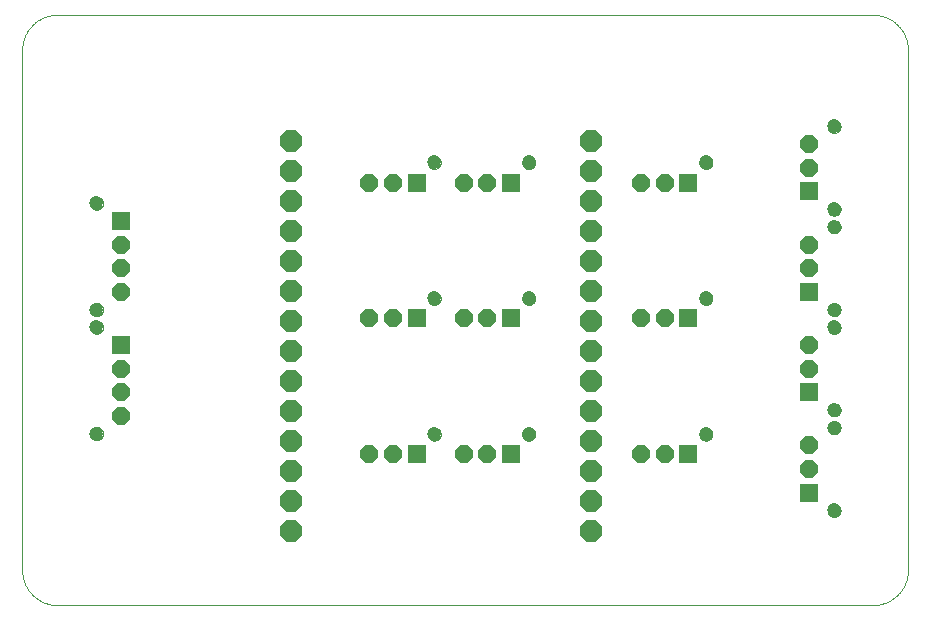
<source format=gbs>
G75*
%MOIN*%
%OFA0B0*%
%FSLAX25Y25*%
%IPPOS*%
%LPD*%
%AMOC8*
5,1,8,0,0,1.08239X$1,22.5*
%
%ADD10OC8,0.07400*%
%ADD11C,0.00000*%
%ADD12OC8,0.06000*%
%ADD13R,0.06000X0.06000*%
%ADD14C,0.04731*%
D10*
X0096600Y0029100D03*
X0096600Y0039100D03*
X0096600Y0049100D03*
X0096600Y0059100D03*
X0096600Y0069100D03*
X0096600Y0079100D03*
X0096600Y0089100D03*
X0096600Y0099100D03*
X0096600Y0109100D03*
X0096600Y0119100D03*
X0096600Y0129100D03*
X0096600Y0139100D03*
X0096600Y0149100D03*
X0096600Y0159100D03*
X0196600Y0159100D03*
X0196600Y0149100D03*
X0196600Y0139100D03*
X0196600Y0129100D03*
X0196600Y0119100D03*
X0196600Y0109100D03*
X0196600Y0099100D03*
X0196600Y0089100D03*
X0196600Y0079100D03*
X0196600Y0069100D03*
X0196600Y0059100D03*
X0196600Y0049100D03*
X0196600Y0039100D03*
X0196600Y0029100D03*
D11*
X0290419Y0004415D02*
X0018765Y0004415D01*
X0018480Y0004418D01*
X0018194Y0004429D01*
X0017909Y0004446D01*
X0017625Y0004470D01*
X0017341Y0004501D01*
X0017058Y0004539D01*
X0016777Y0004584D01*
X0016496Y0004635D01*
X0016216Y0004693D01*
X0015938Y0004758D01*
X0015662Y0004830D01*
X0015388Y0004908D01*
X0015115Y0004993D01*
X0014845Y0005085D01*
X0014577Y0005183D01*
X0014311Y0005287D01*
X0014048Y0005398D01*
X0013788Y0005515D01*
X0013530Y0005638D01*
X0013276Y0005768D01*
X0013025Y0005904D01*
X0012777Y0006045D01*
X0012533Y0006193D01*
X0012292Y0006346D01*
X0012056Y0006506D01*
X0011823Y0006671D01*
X0011594Y0006841D01*
X0011369Y0007017D01*
X0011149Y0007199D01*
X0010933Y0007385D01*
X0010722Y0007577D01*
X0010515Y0007774D01*
X0010313Y0007976D01*
X0010116Y0008183D01*
X0009924Y0008394D01*
X0009738Y0008610D01*
X0009556Y0008830D01*
X0009380Y0009055D01*
X0009210Y0009284D01*
X0009045Y0009517D01*
X0008885Y0009753D01*
X0008732Y0009994D01*
X0008584Y0010238D01*
X0008443Y0010486D01*
X0008307Y0010737D01*
X0008177Y0010991D01*
X0008054Y0011249D01*
X0007937Y0011509D01*
X0007826Y0011772D01*
X0007722Y0012038D01*
X0007624Y0012306D01*
X0007532Y0012576D01*
X0007447Y0012849D01*
X0007369Y0013123D01*
X0007297Y0013399D01*
X0007232Y0013677D01*
X0007174Y0013957D01*
X0007123Y0014238D01*
X0007078Y0014519D01*
X0007040Y0014802D01*
X0007009Y0015086D01*
X0006985Y0015370D01*
X0006968Y0015655D01*
X0006957Y0015941D01*
X0006954Y0016226D01*
X0006954Y0189454D01*
X0006957Y0189739D01*
X0006968Y0190025D01*
X0006985Y0190310D01*
X0007009Y0190594D01*
X0007040Y0190878D01*
X0007078Y0191161D01*
X0007123Y0191442D01*
X0007174Y0191723D01*
X0007232Y0192003D01*
X0007297Y0192281D01*
X0007369Y0192557D01*
X0007447Y0192831D01*
X0007532Y0193104D01*
X0007624Y0193374D01*
X0007722Y0193642D01*
X0007826Y0193908D01*
X0007937Y0194171D01*
X0008054Y0194431D01*
X0008177Y0194689D01*
X0008307Y0194943D01*
X0008443Y0195194D01*
X0008584Y0195442D01*
X0008732Y0195686D01*
X0008885Y0195927D01*
X0009045Y0196163D01*
X0009210Y0196396D01*
X0009380Y0196625D01*
X0009556Y0196850D01*
X0009738Y0197070D01*
X0009924Y0197286D01*
X0010116Y0197497D01*
X0010313Y0197704D01*
X0010515Y0197906D01*
X0010722Y0198103D01*
X0010933Y0198295D01*
X0011149Y0198481D01*
X0011369Y0198663D01*
X0011594Y0198839D01*
X0011823Y0199009D01*
X0012056Y0199174D01*
X0012292Y0199334D01*
X0012533Y0199487D01*
X0012777Y0199635D01*
X0013025Y0199776D01*
X0013276Y0199912D01*
X0013530Y0200042D01*
X0013788Y0200165D01*
X0014048Y0200282D01*
X0014311Y0200393D01*
X0014577Y0200497D01*
X0014845Y0200595D01*
X0015115Y0200687D01*
X0015388Y0200772D01*
X0015662Y0200850D01*
X0015938Y0200922D01*
X0016216Y0200987D01*
X0016496Y0201045D01*
X0016777Y0201096D01*
X0017058Y0201141D01*
X0017341Y0201179D01*
X0017625Y0201210D01*
X0017909Y0201234D01*
X0018194Y0201251D01*
X0018480Y0201262D01*
X0018765Y0201265D01*
X0290419Y0201265D01*
X0290704Y0201262D01*
X0290990Y0201251D01*
X0291275Y0201234D01*
X0291559Y0201210D01*
X0291843Y0201179D01*
X0292126Y0201141D01*
X0292407Y0201096D01*
X0292688Y0201045D01*
X0292968Y0200987D01*
X0293246Y0200922D01*
X0293522Y0200850D01*
X0293796Y0200772D01*
X0294069Y0200687D01*
X0294339Y0200595D01*
X0294607Y0200497D01*
X0294873Y0200393D01*
X0295136Y0200282D01*
X0295396Y0200165D01*
X0295654Y0200042D01*
X0295908Y0199912D01*
X0296159Y0199776D01*
X0296407Y0199635D01*
X0296651Y0199487D01*
X0296892Y0199334D01*
X0297128Y0199174D01*
X0297361Y0199009D01*
X0297590Y0198839D01*
X0297815Y0198663D01*
X0298035Y0198481D01*
X0298251Y0198295D01*
X0298462Y0198103D01*
X0298669Y0197906D01*
X0298871Y0197704D01*
X0299068Y0197497D01*
X0299260Y0197286D01*
X0299446Y0197070D01*
X0299628Y0196850D01*
X0299804Y0196625D01*
X0299974Y0196396D01*
X0300139Y0196163D01*
X0300299Y0195927D01*
X0300452Y0195686D01*
X0300600Y0195442D01*
X0300741Y0195194D01*
X0300877Y0194943D01*
X0301007Y0194689D01*
X0301130Y0194431D01*
X0301247Y0194171D01*
X0301358Y0193908D01*
X0301462Y0193642D01*
X0301560Y0193374D01*
X0301652Y0193104D01*
X0301737Y0192831D01*
X0301815Y0192557D01*
X0301887Y0192281D01*
X0301952Y0192003D01*
X0302010Y0191723D01*
X0302061Y0191442D01*
X0302106Y0191161D01*
X0302144Y0190878D01*
X0302175Y0190594D01*
X0302199Y0190310D01*
X0302216Y0190025D01*
X0302227Y0189739D01*
X0302230Y0189454D01*
X0302230Y0016226D01*
X0302227Y0015941D01*
X0302216Y0015655D01*
X0302199Y0015370D01*
X0302175Y0015086D01*
X0302144Y0014802D01*
X0302106Y0014519D01*
X0302061Y0014238D01*
X0302010Y0013957D01*
X0301952Y0013677D01*
X0301887Y0013399D01*
X0301815Y0013123D01*
X0301737Y0012849D01*
X0301652Y0012576D01*
X0301560Y0012306D01*
X0301462Y0012038D01*
X0301358Y0011772D01*
X0301247Y0011509D01*
X0301130Y0011249D01*
X0301007Y0010991D01*
X0300877Y0010737D01*
X0300741Y0010486D01*
X0300600Y0010238D01*
X0300452Y0009994D01*
X0300299Y0009753D01*
X0300139Y0009517D01*
X0299974Y0009284D01*
X0299804Y0009055D01*
X0299628Y0008830D01*
X0299446Y0008610D01*
X0299260Y0008394D01*
X0299068Y0008183D01*
X0298871Y0007976D01*
X0298669Y0007774D01*
X0298462Y0007577D01*
X0298251Y0007385D01*
X0298035Y0007199D01*
X0297815Y0007017D01*
X0297590Y0006841D01*
X0297361Y0006671D01*
X0297128Y0006506D01*
X0296892Y0006346D01*
X0296651Y0006193D01*
X0296407Y0006045D01*
X0296159Y0005904D01*
X0295908Y0005768D01*
X0295654Y0005638D01*
X0295396Y0005515D01*
X0295136Y0005398D01*
X0294873Y0005287D01*
X0294607Y0005183D01*
X0294339Y0005085D01*
X0294069Y0004993D01*
X0293796Y0004908D01*
X0293522Y0004830D01*
X0293246Y0004758D01*
X0292968Y0004693D01*
X0292688Y0004635D01*
X0292407Y0004584D01*
X0292126Y0004539D01*
X0291843Y0004501D01*
X0291559Y0004470D01*
X0291275Y0004446D01*
X0290990Y0004429D01*
X0290704Y0004418D01*
X0290419Y0004415D01*
X0275419Y0036049D02*
X0275421Y0036142D01*
X0275427Y0036234D01*
X0275437Y0036326D01*
X0275451Y0036417D01*
X0275468Y0036508D01*
X0275490Y0036598D01*
X0275515Y0036687D01*
X0275544Y0036775D01*
X0275577Y0036861D01*
X0275614Y0036946D01*
X0275654Y0037030D01*
X0275698Y0037111D01*
X0275745Y0037191D01*
X0275795Y0037269D01*
X0275849Y0037344D01*
X0275906Y0037417D01*
X0275966Y0037487D01*
X0276029Y0037555D01*
X0276095Y0037620D01*
X0276163Y0037682D01*
X0276234Y0037742D01*
X0276308Y0037798D01*
X0276384Y0037851D01*
X0276462Y0037900D01*
X0276542Y0037947D01*
X0276624Y0037989D01*
X0276708Y0038029D01*
X0276793Y0038064D01*
X0276880Y0038096D01*
X0276968Y0038125D01*
X0277057Y0038149D01*
X0277147Y0038170D01*
X0277238Y0038186D01*
X0277330Y0038199D01*
X0277422Y0038208D01*
X0277515Y0038213D01*
X0277607Y0038214D01*
X0277700Y0038211D01*
X0277792Y0038204D01*
X0277884Y0038193D01*
X0277975Y0038178D01*
X0278066Y0038160D01*
X0278156Y0038137D01*
X0278244Y0038111D01*
X0278332Y0038081D01*
X0278418Y0038047D01*
X0278502Y0038010D01*
X0278585Y0037968D01*
X0278666Y0037924D01*
X0278746Y0037876D01*
X0278823Y0037825D01*
X0278897Y0037770D01*
X0278970Y0037712D01*
X0279040Y0037652D01*
X0279107Y0037588D01*
X0279171Y0037522D01*
X0279233Y0037452D01*
X0279291Y0037381D01*
X0279346Y0037307D01*
X0279398Y0037230D01*
X0279447Y0037151D01*
X0279493Y0037071D01*
X0279535Y0036988D01*
X0279573Y0036904D01*
X0279608Y0036818D01*
X0279639Y0036731D01*
X0279666Y0036643D01*
X0279689Y0036553D01*
X0279709Y0036463D01*
X0279725Y0036372D01*
X0279737Y0036280D01*
X0279745Y0036188D01*
X0279749Y0036095D01*
X0279749Y0036003D01*
X0279745Y0035910D01*
X0279737Y0035818D01*
X0279725Y0035726D01*
X0279709Y0035635D01*
X0279689Y0035545D01*
X0279666Y0035455D01*
X0279639Y0035367D01*
X0279608Y0035280D01*
X0279573Y0035194D01*
X0279535Y0035110D01*
X0279493Y0035027D01*
X0279447Y0034947D01*
X0279398Y0034868D01*
X0279346Y0034791D01*
X0279291Y0034717D01*
X0279233Y0034646D01*
X0279171Y0034576D01*
X0279107Y0034510D01*
X0279040Y0034446D01*
X0278970Y0034386D01*
X0278897Y0034328D01*
X0278823Y0034273D01*
X0278746Y0034222D01*
X0278667Y0034174D01*
X0278585Y0034130D01*
X0278502Y0034088D01*
X0278418Y0034051D01*
X0278332Y0034017D01*
X0278244Y0033987D01*
X0278156Y0033961D01*
X0278066Y0033938D01*
X0277975Y0033920D01*
X0277884Y0033905D01*
X0277792Y0033894D01*
X0277700Y0033887D01*
X0277607Y0033884D01*
X0277515Y0033885D01*
X0277422Y0033890D01*
X0277330Y0033899D01*
X0277238Y0033912D01*
X0277147Y0033928D01*
X0277057Y0033949D01*
X0276968Y0033973D01*
X0276880Y0034002D01*
X0276793Y0034034D01*
X0276708Y0034069D01*
X0276624Y0034109D01*
X0276542Y0034151D01*
X0276462Y0034198D01*
X0276384Y0034247D01*
X0276308Y0034300D01*
X0276234Y0034356D01*
X0276163Y0034416D01*
X0276095Y0034478D01*
X0276029Y0034543D01*
X0275966Y0034611D01*
X0275906Y0034681D01*
X0275849Y0034754D01*
X0275795Y0034829D01*
X0275745Y0034907D01*
X0275698Y0034987D01*
X0275654Y0035068D01*
X0275614Y0035152D01*
X0275577Y0035237D01*
X0275544Y0035323D01*
X0275515Y0035411D01*
X0275490Y0035500D01*
X0275468Y0035590D01*
X0275451Y0035681D01*
X0275437Y0035772D01*
X0275427Y0035864D01*
X0275421Y0035956D01*
X0275419Y0036049D01*
X0275419Y0063608D02*
X0275421Y0063701D01*
X0275427Y0063793D01*
X0275437Y0063885D01*
X0275451Y0063976D01*
X0275468Y0064067D01*
X0275490Y0064157D01*
X0275515Y0064246D01*
X0275544Y0064334D01*
X0275577Y0064420D01*
X0275614Y0064505D01*
X0275654Y0064589D01*
X0275698Y0064670D01*
X0275745Y0064750D01*
X0275795Y0064828D01*
X0275849Y0064903D01*
X0275906Y0064976D01*
X0275966Y0065046D01*
X0276029Y0065114D01*
X0276095Y0065179D01*
X0276163Y0065241D01*
X0276234Y0065301D01*
X0276308Y0065357D01*
X0276384Y0065410D01*
X0276462Y0065459D01*
X0276542Y0065506D01*
X0276624Y0065548D01*
X0276708Y0065588D01*
X0276793Y0065623D01*
X0276880Y0065655D01*
X0276968Y0065684D01*
X0277057Y0065708D01*
X0277147Y0065729D01*
X0277238Y0065745D01*
X0277330Y0065758D01*
X0277422Y0065767D01*
X0277515Y0065772D01*
X0277607Y0065773D01*
X0277700Y0065770D01*
X0277792Y0065763D01*
X0277884Y0065752D01*
X0277975Y0065737D01*
X0278066Y0065719D01*
X0278156Y0065696D01*
X0278244Y0065670D01*
X0278332Y0065640D01*
X0278418Y0065606D01*
X0278502Y0065569D01*
X0278585Y0065527D01*
X0278666Y0065483D01*
X0278746Y0065435D01*
X0278823Y0065384D01*
X0278897Y0065329D01*
X0278970Y0065271D01*
X0279040Y0065211D01*
X0279107Y0065147D01*
X0279171Y0065081D01*
X0279233Y0065011D01*
X0279291Y0064940D01*
X0279346Y0064866D01*
X0279398Y0064789D01*
X0279447Y0064710D01*
X0279493Y0064630D01*
X0279535Y0064547D01*
X0279573Y0064463D01*
X0279608Y0064377D01*
X0279639Y0064290D01*
X0279666Y0064202D01*
X0279689Y0064112D01*
X0279709Y0064022D01*
X0279725Y0063931D01*
X0279737Y0063839D01*
X0279745Y0063747D01*
X0279749Y0063654D01*
X0279749Y0063562D01*
X0279745Y0063469D01*
X0279737Y0063377D01*
X0279725Y0063285D01*
X0279709Y0063194D01*
X0279689Y0063104D01*
X0279666Y0063014D01*
X0279639Y0062926D01*
X0279608Y0062839D01*
X0279573Y0062753D01*
X0279535Y0062669D01*
X0279493Y0062586D01*
X0279447Y0062506D01*
X0279398Y0062427D01*
X0279346Y0062350D01*
X0279291Y0062276D01*
X0279233Y0062205D01*
X0279171Y0062135D01*
X0279107Y0062069D01*
X0279040Y0062005D01*
X0278970Y0061945D01*
X0278897Y0061887D01*
X0278823Y0061832D01*
X0278746Y0061781D01*
X0278667Y0061733D01*
X0278585Y0061689D01*
X0278502Y0061647D01*
X0278418Y0061610D01*
X0278332Y0061576D01*
X0278244Y0061546D01*
X0278156Y0061520D01*
X0278066Y0061497D01*
X0277975Y0061479D01*
X0277884Y0061464D01*
X0277792Y0061453D01*
X0277700Y0061446D01*
X0277607Y0061443D01*
X0277515Y0061444D01*
X0277422Y0061449D01*
X0277330Y0061458D01*
X0277238Y0061471D01*
X0277147Y0061487D01*
X0277057Y0061508D01*
X0276968Y0061532D01*
X0276880Y0061561D01*
X0276793Y0061593D01*
X0276708Y0061628D01*
X0276624Y0061668D01*
X0276542Y0061710D01*
X0276462Y0061757D01*
X0276384Y0061806D01*
X0276308Y0061859D01*
X0276234Y0061915D01*
X0276163Y0061975D01*
X0276095Y0062037D01*
X0276029Y0062102D01*
X0275966Y0062170D01*
X0275906Y0062240D01*
X0275849Y0062313D01*
X0275795Y0062388D01*
X0275745Y0062466D01*
X0275698Y0062546D01*
X0275654Y0062627D01*
X0275614Y0062711D01*
X0275577Y0062796D01*
X0275544Y0062882D01*
X0275515Y0062970D01*
X0275490Y0063059D01*
X0275468Y0063149D01*
X0275451Y0063240D01*
X0275437Y0063331D01*
X0275427Y0063423D01*
X0275421Y0063515D01*
X0275419Y0063608D01*
X0275419Y0069513D02*
X0275421Y0069606D01*
X0275427Y0069698D01*
X0275437Y0069790D01*
X0275451Y0069881D01*
X0275468Y0069972D01*
X0275490Y0070062D01*
X0275515Y0070151D01*
X0275544Y0070239D01*
X0275577Y0070325D01*
X0275614Y0070410D01*
X0275654Y0070494D01*
X0275698Y0070575D01*
X0275745Y0070655D01*
X0275795Y0070733D01*
X0275849Y0070808D01*
X0275906Y0070881D01*
X0275966Y0070951D01*
X0276029Y0071019D01*
X0276095Y0071084D01*
X0276163Y0071146D01*
X0276234Y0071206D01*
X0276308Y0071262D01*
X0276384Y0071315D01*
X0276462Y0071364D01*
X0276542Y0071411D01*
X0276624Y0071453D01*
X0276708Y0071493D01*
X0276793Y0071528D01*
X0276880Y0071560D01*
X0276968Y0071589D01*
X0277057Y0071613D01*
X0277147Y0071634D01*
X0277238Y0071650D01*
X0277330Y0071663D01*
X0277422Y0071672D01*
X0277515Y0071677D01*
X0277607Y0071678D01*
X0277700Y0071675D01*
X0277792Y0071668D01*
X0277884Y0071657D01*
X0277975Y0071642D01*
X0278066Y0071624D01*
X0278156Y0071601D01*
X0278244Y0071575D01*
X0278332Y0071545D01*
X0278418Y0071511D01*
X0278502Y0071474D01*
X0278585Y0071432D01*
X0278666Y0071388D01*
X0278746Y0071340D01*
X0278823Y0071289D01*
X0278897Y0071234D01*
X0278970Y0071176D01*
X0279040Y0071116D01*
X0279107Y0071052D01*
X0279171Y0070986D01*
X0279233Y0070916D01*
X0279291Y0070845D01*
X0279346Y0070771D01*
X0279398Y0070694D01*
X0279447Y0070615D01*
X0279493Y0070535D01*
X0279535Y0070452D01*
X0279573Y0070368D01*
X0279608Y0070282D01*
X0279639Y0070195D01*
X0279666Y0070107D01*
X0279689Y0070017D01*
X0279709Y0069927D01*
X0279725Y0069836D01*
X0279737Y0069744D01*
X0279745Y0069652D01*
X0279749Y0069559D01*
X0279749Y0069467D01*
X0279745Y0069374D01*
X0279737Y0069282D01*
X0279725Y0069190D01*
X0279709Y0069099D01*
X0279689Y0069009D01*
X0279666Y0068919D01*
X0279639Y0068831D01*
X0279608Y0068744D01*
X0279573Y0068658D01*
X0279535Y0068574D01*
X0279493Y0068491D01*
X0279447Y0068411D01*
X0279398Y0068332D01*
X0279346Y0068255D01*
X0279291Y0068181D01*
X0279233Y0068110D01*
X0279171Y0068040D01*
X0279107Y0067974D01*
X0279040Y0067910D01*
X0278970Y0067850D01*
X0278897Y0067792D01*
X0278823Y0067737D01*
X0278746Y0067686D01*
X0278667Y0067638D01*
X0278585Y0067594D01*
X0278502Y0067552D01*
X0278418Y0067515D01*
X0278332Y0067481D01*
X0278244Y0067451D01*
X0278156Y0067425D01*
X0278066Y0067402D01*
X0277975Y0067384D01*
X0277884Y0067369D01*
X0277792Y0067358D01*
X0277700Y0067351D01*
X0277607Y0067348D01*
X0277515Y0067349D01*
X0277422Y0067354D01*
X0277330Y0067363D01*
X0277238Y0067376D01*
X0277147Y0067392D01*
X0277057Y0067413D01*
X0276968Y0067437D01*
X0276880Y0067466D01*
X0276793Y0067498D01*
X0276708Y0067533D01*
X0276624Y0067573D01*
X0276542Y0067615D01*
X0276462Y0067662D01*
X0276384Y0067711D01*
X0276308Y0067764D01*
X0276234Y0067820D01*
X0276163Y0067880D01*
X0276095Y0067942D01*
X0276029Y0068007D01*
X0275966Y0068075D01*
X0275906Y0068145D01*
X0275849Y0068218D01*
X0275795Y0068293D01*
X0275745Y0068371D01*
X0275698Y0068451D01*
X0275654Y0068532D01*
X0275614Y0068616D01*
X0275577Y0068701D01*
X0275544Y0068787D01*
X0275515Y0068875D01*
X0275490Y0068964D01*
X0275468Y0069054D01*
X0275451Y0069145D01*
X0275437Y0069236D01*
X0275427Y0069328D01*
X0275421Y0069420D01*
X0275419Y0069513D01*
X0275419Y0097072D02*
X0275421Y0097165D01*
X0275427Y0097257D01*
X0275437Y0097349D01*
X0275451Y0097440D01*
X0275468Y0097531D01*
X0275490Y0097621D01*
X0275515Y0097710D01*
X0275544Y0097798D01*
X0275577Y0097884D01*
X0275614Y0097969D01*
X0275654Y0098053D01*
X0275698Y0098134D01*
X0275745Y0098214D01*
X0275795Y0098292D01*
X0275849Y0098367D01*
X0275906Y0098440D01*
X0275966Y0098510D01*
X0276029Y0098578D01*
X0276095Y0098643D01*
X0276163Y0098705D01*
X0276234Y0098765D01*
X0276308Y0098821D01*
X0276384Y0098874D01*
X0276462Y0098923D01*
X0276542Y0098970D01*
X0276624Y0099012D01*
X0276708Y0099052D01*
X0276793Y0099087D01*
X0276880Y0099119D01*
X0276968Y0099148D01*
X0277057Y0099172D01*
X0277147Y0099193D01*
X0277238Y0099209D01*
X0277330Y0099222D01*
X0277422Y0099231D01*
X0277515Y0099236D01*
X0277607Y0099237D01*
X0277700Y0099234D01*
X0277792Y0099227D01*
X0277884Y0099216D01*
X0277975Y0099201D01*
X0278066Y0099183D01*
X0278156Y0099160D01*
X0278244Y0099134D01*
X0278332Y0099104D01*
X0278418Y0099070D01*
X0278502Y0099033D01*
X0278585Y0098991D01*
X0278666Y0098947D01*
X0278746Y0098899D01*
X0278823Y0098848D01*
X0278897Y0098793D01*
X0278970Y0098735D01*
X0279040Y0098675D01*
X0279107Y0098611D01*
X0279171Y0098545D01*
X0279233Y0098475D01*
X0279291Y0098404D01*
X0279346Y0098330D01*
X0279398Y0098253D01*
X0279447Y0098174D01*
X0279493Y0098094D01*
X0279535Y0098011D01*
X0279573Y0097927D01*
X0279608Y0097841D01*
X0279639Y0097754D01*
X0279666Y0097666D01*
X0279689Y0097576D01*
X0279709Y0097486D01*
X0279725Y0097395D01*
X0279737Y0097303D01*
X0279745Y0097211D01*
X0279749Y0097118D01*
X0279749Y0097026D01*
X0279745Y0096933D01*
X0279737Y0096841D01*
X0279725Y0096749D01*
X0279709Y0096658D01*
X0279689Y0096568D01*
X0279666Y0096478D01*
X0279639Y0096390D01*
X0279608Y0096303D01*
X0279573Y0096217D01*
X0279535Y0096133D01*
X0279493Y0096050D01*
X0279447Y0095970D01*
X0279398Y0095891D01*
X0279346Y0095814D01*
X0279291Y0095740D01*
X0279233Y0095669D01*
X0279171Y0095599D01*
X0279107Y0095533D01*
X0279040Y0095469D01*
X0278970Y0095409D01*
X0278897Y0095351D01*
X0278823Y0095296D01*
X0278746Y0095245D01*
X0278667Y0095197D01*
X0278585Y0095153D01*
X0278502Y0095111D01*
X0278418Y0095074D01*
X0278332Y0095040D01*
X0278244Y0095010D01*
X0278156Y0094984D01*
X0278066Y0094961D01*
X0277975Y0094943D01*
X0277884Y0094928D01*
X0277792Y0094917D01*
X0277700Y0094910D01*
X0277607Y0094907D01*
X0277515Y0094908D01*
X0277422Y0094913D01*
X0277330Y0094922D01*
X0277238Y0094935D01*
X0277147Y0094951D01*
X0277057Y0094972D01*
X0276968Y0094996D01*
X0276880Y0095025D01*
X0276793Y0095057D01*
X0276708Y0095092D01*
X0276624Y0095132D01*
X0276542Y0095174D01*
X0276462Y0095221D01*
X0276384Y0095270D01*
X0276308Y0095323D01*
X0276234Y0095379D01*
X0276163Y0095439D01*
X0276095Y0095501D01*
X0276029Y0095566D01*
X0275966Y0095634D01*
X0275906Y0095704D01*
X0275849Y0095777D01*
X0275795Y0095852D01*
X0275745Y0095930D01*
X0275698Y0096010D01*
X0275654Y0096091D01*
X0275614Y0096175D01*
X0275577Y0096260D01*
X0275544Y0096346D01*
X0275515Y0096434D01*
X0275490Y0096523D01*
X0275468Y0096613D01*
X0275451Y0096704D01*
X0275437Y0096795D01*
X0275427Y0096887D01*
X0275421Y0096979D01*
X0275419Y0097072D01*
X0275419Y0102978D02*
X0275421Y0103071D01*
X0275427Y0103163D01*
X0275437Y0103255D01*
X0275451Y0103346D01*
X0275468Y0103437D01*
X0275490Y0103527D01*
X0275515Y0103616D01*
X0275544Y0103704D01*
X0275577Y0103790D01*
X0275614Y0103875D01*
X0275654Y0103959D01*
X0275698Y0104040D01*
X0275745Y0104120D01*
X0275795Y0104198D01*
X0275849Y0104273D01*
X0275906Y0104346D01*
X0275966Y0104416D01*
X0276029Y0104484D01*
X0276095Y0104549D01*
X0276163Y0104611D01*
X0276234Y0104671D01*
X0276308Y0104727D01*
X0276384Y0104780D01*
X0276462Y0104829D01*
X0276542Y0104876D01*
X0276624Y0104918D01*
X0276708Y0104958D01*
X0276793Y0104993D01*
X0276880Y0105025D01*
X0276968Y0105054D01*
X0277057Y0105078D01*
X0277147Y0105099D01*
X0277238Y0105115D01*
X0277330Y0105128D01*
X0277422Y0105137D01*
X0277515Y0105142D01*
X0277607Y0105143D01*
X0277700Y0105140D01*
X0277792Y0105133D01*
X0277884Y0105122D01*
X0277975Y0105107D01*
X0278066Y0105089D01*
X0278156Y0105066D01*
X0278244Y0105040D01*
X0278332Y0105010D01*
X0278418Y0104976D01*
X0278502Y0104939D01*
X0278585Y0104897D01*
X0278666Y0104853D01*
X0278746Y0104805D01*
X0278823Y0104754D01*
X0278897Y0104699D01*
X0278970Y0104641D01*
X0279040Y0104581D01*
X0279107Y0104517D01*
X0279171Y0104451D01*
X0279233Y0104381D01*
X0279291Y0104310D01*
X0279346Y0104236D01*
X0279398Y0104159D01*
X0279447Y0104080D01*
X0279493Y0104000D01*
X0279535Y0103917D01*
X0279573Y0103833D01*
X0279608Y0103747D01*
X0279639Y0103660D01*
X0279666Y0103572D01*
X0279689Y0103482D01*
X0279709Y0103392D01*
X0279725Y0103301D01*
X0279737Y0103209D01*
X0279745Y0103117D01*
X0279749Y0103024D01*
X0279749Y0102932D01*
X0279745Y0102839D01*
X0279737Y0102747D01*
X0279725Y0102655D01*
X0279709Y0102564D01*
X0279689Y0102474D01*
X0279666Y0102384D01*
X0279639Y0102296D01*
X0279608Y0102209D01*
X0279573Y0102123D01*
X0279535Y0102039D01*
X0279493Y0101956D01*
X0279447Y0101876D01*
X0279398Y0101797D01*
X0279346Y0101720D01*
X0279291Y0101646D01*
X0279233Y0101575D01*
X0279171Y0101505D01*
X0279107Y0101439D01*
X0279040Y0101375D01*
X0278970Y0101315D01*
X0278897Y0101257D01*
X0278823Y0101202D01*
X0278746Y0101151D01*
X0278667Y0101103D01*
X0278585Y0101059D01*
X0278502Y0101017D01*
X0278418Y0100980D01*
X0278332Y0100946D01*
X0278244Y0100916D01*
X0278156Y0100890D01*
X0278066Y0100867D01*
X0277975Y0100849D01*
X0277884Y0100834D01*
X0277792Y0100823D01*
X0277700Y0100816D01*
X0277607Y0100813D01*
X0277515Y0100814D01*
X0277422Y0100819D01*
X0277330Y0100828D01*
X0277238Y0100841D01*
X0277147Y0100857D01*
X0277057Y0100878D01*
X0276968Y0100902D01*
X0276880Y0100931D01*
X0276793Y0100963D01*
X0276708Y0100998D01*
X0276624Y0101038D01*
X0276542Y0101080D01*
X0276462Y0101127D01*
X0276384Y0101176D01*
X0276308Y0101229D01*
X0276234Y0101285D01*
X0276163Y0101345D01*
X0276095Y0101407D01*
X0276029Y0101472D01*
X0275966Y0101540D01*
X0275906Y0101610D01*
X0275849Y0101683D01*
X0275795Y0101758D01*
X0275745Y0101836D01*
X0275698Y0101916D01*
X0275654Y0101997D01*
X0275614Y0102081D01*
X0275577Y0102166D01*
X0275544Y0102252D01*
X0275515Y0102340D01*
X0275490Y0102429D01*
X0275468Y0102519D01*
X0275451Y0102610D01*
X0275437Y0102701D01*
X0275427Y0102793D01*
X0275421Y0102885D01*
X0275419Y0102978D01*
X0275419Y0130537D02*
X0275421Y0130630D01*
X0275427Y0130722D01*
X0275437Y0130814D01*
X0275451Y0130905D01*
X0275468Y0130996D01*
X0275490Y0131086D01*
X0275515Y0131175D01*
X0275544Y0131263D01*
X0275577Y0131349D01*
X0275614Y0131434D01*
X0275654Y0131518D01*
X0275698Y0131599D01*
X0275745Y0131679D01*
X0275795Y0131757D01*
X0275849Y0131832D01*
X0275906Y0131905D01*
X0275966Y0131975D01*
X0276029Y0132043D01*
X0276095Y0132108D01*
X0276163Y0132170D01*
X0276234Y0132230D01*
X0276308Y0132286D01*
X0276384Y0132339D01*
X0276462Y0132388D01*
X0276542Y0132435D01*
X0276624Y0132477D01*
X0276708Y0132517D01*
X0276793Y0132552D01*
X0276880Y0132584D01*
X0276968Y0132613D01*
X0277057Y0132637D01*
X0277147Y0132658D01*
X0277238Y0132674D01*
X0277330Y0132687D01*
X0277422Y0132696D01*
X0277515Y0132701D01*
X0277607Y0132702D01*
X0277700Y0132699D01*
X0277792Y0132692D01*
X0277884Y0132681D01*
X0277975Y0132666D01*
X0278066Y0132648D01*
X0278156Y0132625D01*
X0278244Y0132599D01*
X0278332Y0132569D01*
X0278418Y0132535D01*
X0278502Y0132498D01*
X0278585Y0132456D01*
X0278666Y0132412D01*
X0278746Y0132364D01*
X0278823Y0132313D01*
X0278897Y0132258D01*
X0278970Y0132200D01*
X0279040Y0132140D01*
X0279107Y0132076D01*
X0279171Y0132010D01*
X0279233Y0131940D01*
X0279291Y0131869D01*
X0279346Y0131795D01*
X0279398Y0131718D01*
X0279447Y0131639D01*
X0279493Y0131559D01*
X0279535Y0131476D01*
X0279573Y0131392D01*
X0279608Y0131306D01*
X0279639Y0131219D01*
X0279666Y0131131D01*
X0279689Y0131041D01*
X0279709Y0130951D01*
X0279725Y0130860D01*
X0279737Y0130768D01*
X0279745Y0130676D01*
X0279749Y0130583D01*
X0279749Y0130491D01*
X0279745Y0130398D01*
X0279737Y0130306D01*
X0279725Y0130214D01*
X0279709Y0130123D01*
X0279689Y0130033D01*
X0279666Y0129943D01*
X0279639Y0129855D01*
X0279608Y0129768D01*
X0279573Y0129682D01*
X0279535Y0129598D01*
X0279493Y0129515D01*
X0279447Y0129435D01*
X0279398Y0129356D01*
X0279346Y0129279D01*
X0279291Y0129205D01*
X0279233Y0129134D01*
X0279171Y0129064D01*
X0279107Y0128998D01*
X0279040Y0128934D01*
X0278970Y0128874D01*
X0278897Y0128816D01*
X0278823Y0128761D01*
X0278746Y0128710D01*
X0278667Y0128662D01*
X0278585Y0128618D01*
X0278502Y0128576D01*
X0278418Y0128539D01*
X0278332Y0128505D01*
X0278244Y0128475D01*
X0278156Y0128449D01*
X0278066Y0128426D01*
X0277975Y0128408D01*
X0277884Y0128393D01*
X0277792Y0128382D01*
X0277700Y0128375D01*
X0277607Y0128372D01*
X0277515Y0128373D01*
X0277422Y0128378D01*
X0277330Y0128387D01*
X0277238Y0128400D01*
X0277147Y0128416D01*
X0277057Y0128437D01*
X0276968Y0128461D01*
X0276880Y0128490D01*
X0276793Y0128522D01*
X0276708Y0128557D01*
X0276624Y0128597D01*
X0276542Y0128639D01*
X0276462Y0128686D01*
X0276384Y0128735D01*
X0276308Y0128788D01*
X0276234Y0128844D01*
X0276163Y0128904D01*
X0276095Y0128966D01*
X0276029Y0129031D01*
X0275966Y0129099D01*
X0275906Y0129169D01*
X0275849Y0129242D01*
X0275795Y0129317D01*
X0275745Y0129395D01*
X0275698Y0129475D01*
X0275654Y0129556D01*
X0275614Y0129640D01*
X0275577Y0129725D01*
X0275544Y0129811D01*
X0275515Y0129899D01*
X0275490Y0129988D01*
X0275468Y0130078D01*
X0275451Y0130169D01*
X0275437Y0130260D01*
X0275427Y0130352D01*
X0275421Y0130444D01*
X0275419Y0130537D01*
X0275419Y0136443D02*
X0275421Y0136536D01*
X0275427Y0136628D01*
X0275437Y0136720D01*
X0275451Y0136811D01*
X0275468Y0136902D01*
X0275490Y0136992D01*
X0275515Y0137081D01*
X0275544Y0137169D01*
X0275577Y0137255D01*
X0275614Y0137340D01*
X0275654Y0137424D01*
X0275698Y0137505D01*
X0275745Y0137585D01*
X0275795Y0137663D01*
X0275849Y0137738D01*
X0275906Y0137811D01*
X0275966Y0137881D01*
X0276029Y0137949D01*
X0276095Y0138014D01*
X0276163Y0138076D01*
X0276234Y0138136D01*
X0276308Y0138192D01*
X0276384Y0138245D01*
X0276462Y0138294D01*
X0276542Y0138341D01*
X0276624Y0138383D01*
X0276708Y0138423D01*
X0276793Y0138458D01*
X0276880Y0138490D01*
X0276968Y0138519D01*
X0277057Y0138543D01*
X0277147Y0138564D01*
X0277238Y0138580D01*
X0277330Y0138593D01*
X0277422Y0138602D01*
X0277515Y0138607D01*
X0277607Y0138608D01*
X0277700Y0138605D01*
X0277792Y0138598D01*
X0277884Y0138587D01*
X0277975Y0138572D01*
X0278066Y0138554D01*
X0278156Y0138531D01*
X0278244Y0138505D01*
X0278332Y0138475D01*
X0278418Y0138441D01*
X0278502Y0138404D01*
X0278585Y0138362D01*
X0278666Y0138318D01*
X0278746Y0138270D01*
X0278823Y0138219D01*
X0278897Y0138164D01*
X0278970Y0138106D01*
X0279040Y0138046D01*
X0279107Y0137982D01*
X0279171Y0137916D01*
X0279233Y0137846D01*
X0279291Y0137775D01*
X0279346Y0137701D01*
X0279398Y0137624D01*
X0279447Y0137545D01*
X0279493Y0137465D01*
X0279535Y0137382D01*
X0279573Y0137298D01*
X0279608Y0137212D01*
X0279639Y0137125D01*
X0279666Y0137037D01*
X0279689Y0136947D01*
X0279709Y0136857D01*
X0279725Y0136766D01*
X0279737Y0136674D01*
X0279745Y0136582D01*
X0279749Y0136489D01*
X0279749Y0136397D01*
X0279745Y0136304D01*
X0279737Y0136212D01*
X0279725Y0136120D01*
X0279709Y0136029D01*
X0279689Y0135939D01*
X0279666Y0135849D01*
X0279639Y0135761D01*
X0279608Y0135674D01*
X0279573Y0135588D01*
X0279535Y0135504D01*
X0279493Y0135421D01*
X0279447Y0135341D01*
X0279398Y0135262D01*
X0279346Y0135185D01*
X0279291Y0135111D01*
X0279233Y0135040D01*
X0279171Y0134970D01*
X0279107Y0134904D01*
X0279040Y0134840D01*
X0278970Y0134780D01*
X0278897Y0134722D01*
X0278823Y0134667D01*
X0278746Y0134616D01*
X0278667Y0134568D01*
X0278585Y0134524D01*
X0278502Y0134482D01*
X0278418Y0134445D01*
X0278332Y0134411D01*
X0278244Y0134381D01*
X0278156Y0134355D01*
X0278066Y0134332D01*
X0277975Y0134314D01*
X0277884Y0134299D01*
X0277792Y0134288D01*
X0277700Y0134281D01*
X0277607Y0134278D01*
X0277515Y0134279D01*
X0277422Y0134284D01*
X0277330Y0134293D01*
X0277238Y0134306D01*
X0277147Y0134322D01*
X0277057Y0134343D01*
X0276968Y0134367D01*
X0276880Y0134396D01*
X0276793Y0134428D01*
X0276708Y0134463D01*
X0276624Y0134503D01*
X0276542Y0134545D01*
X0276462Y0134592D01*
X0276384Y0134641D01*
X0276308Y0134694D01*
X0276234Y0134750D01*
X0276163Y0134810D01*
X0276095Y0134872D01*
X0276029Y0134937D01*
X0275966Y0135005D01*
X0275906Y0135075D01*
X0275849Y0135148D01*
X0275795Y0135223D01*
X0275745Y0135301D01*
X0275698Y0135381D01*
X0275654Y0135462D01*
X0275614Y0135546D01*
X0275577Y0135631D01*
X0275544Y0135717D01*
X0275515Y0135805D01*
X0275490Y0135894D01*
X0275468Y0135984D01*
X0275451Y0136075D01*
X0275437Y0136166D01*
X0275427Y0136258D01*
X0275421Y0136350D01*
X0275419Y0136443D01*
X0275419Y0164002D02*
X0275421Y0164095D01*
X0275427Y0164187D01*
X0275437Y0164279D01*
X0275451Y0164370D01*
X0275468Y0164461D01*
X0275490Y0164551D01*
X0275515Y0164640D01*
X0275544Y0164728D01*
X0275577Y0164814D01*
X0275614Y0164899D01*
X0275654Y0164983D01*
X0275698Y0165064D01*
X0275745Y0165144D01*
X0275795Y0165222D01*
X0275849Y0165297D01*
X0275906Y0165370D01*
X0275966Y0165440D01*
X0276029Y0165508D01*
X0276095Y0165573D01*
X0276163Y0165635D01*
X0276234Y0165695D01*
X0276308Y0165751D01*
X0276384Y0165804D01*
X0276462Y0165853D01*
X0276542Y0165900D01*
X0276624Y0165942D01*
X0276708Y0165982D01*
X0276793Y0166017D01*
X0276880Y0166049D01*
X0276968Y0166078D01*
X0277057Y0166102D01*
X0277147Y0166123D01*
X0277238Y0166139D01*
X0277330Y0166152D01*
X0277422Y0166161D01*
X0277515Y0166166D01*
X0277607Y0166167D01*
X0277700Y0166164D01*
X0277792Y0166157D01*
X0277884Y0166146D01*
X0277975Y0166131D01*
X0278066Y0166113D01*
X0278156Y0166090D01*
X0278244Y0166064D01*
X0278332Y0166034D01*
X0278418Y0166000D01*
X0278502Y0165963D01*
X0278585Y0165921D01*
X0278666Y0165877D01*
X0278746Y0165829D01*
X0278823Y0165778D01*
X0278897Y0165723D01*
X0278970Y0165665D01*
X0279040Y0165605D01*
X0279107Y0165541D01*
X0279171Y0165475D01*
X0279233Y0165405D01*
X0279291Y0165334D01*
X0279346Y0165260D01*
X0279398Y0165183D01*
X0279447Y0165104D01*
X0279493Y0165024D01*
X0279535Y0164941D01*
X0279573Y0164857D01*
X0279608Y0164771D01*
X0279639Y0164684D01*
X0279666Y0164596D01*
X0279689Y0164506D01*
X0279709Y0164416D01*
X0279725Y0164325D01*
X0279737Y0164233D01*
X0279745Y0164141D01*
X0279749Y0164048D01*
X0279749Y0163956D01*
X0279745Y0163863D01*
X0279737Y0163771D01*
X0279725Y0163679D01*
X0279709Y0163588D01*
X0279689Y0163498D01*
X0279666Y0163408D01*
X0279639Y0163320D01*
X0279608Y0163233D01*
X0279573Y0163147D01*
X0279535Y0163063D01*
X0279493Y0162980D01*
X0279447Y0162900D01*
X0279398Y0162821D01*
X0279346Y0162744D01*
X0279291Y0162670D01*
X0279233Y0162599D01*
X0279171Y0162529D01*
X0279107Y0162463D01*
X0279040Y0162399D01*
X0278970Y0162339D01*
X0278897Y0162281D01*
X0278823Y0162226D01*
X0278746Y0162175D01*
X0278667Y0162127D01*
X0278585Y0162083D01*
X0278502Y0162041D01*
X0278418Y0162004D01*
X0278332Y0161970D01*
X0278244Y0161940D01*
X0278156Y0161914D01*
X0278066Y0161891D01*
X0277975Y0161873D01*
X0277884Y0161858D01*
X0277792Y0161847D01*
X0277700Y0161840D01*
X0277607Y0161837D01*
X0277515Y0161838D01*
X0277422Y0161843D01*
X0277330Y0161852D01*
X0277238Y0161865D01*
X0277147Y0161881D01*
X0277057Y0161902D01*
X0276968Y0161926D01*
X0276880Y0161955D01*
X0276793Y0161987D01*
X0276708Y0162022D01*
X0276624Y0162062D01*
X0276542Y0162104D01*
X0276462Y0162151D01*
X0276384Y0162200D01*
X0276308Y0162253D01*
X0276234Y0162309D01*
X0276163Y0162369D01*
X0276095Y0162431D01*
X0276029Y0162496D01*
X0275966Y0162564D01*
X0275906Y0162634D01*
X0275849Y0162707D01*
X0275795Y0162782D01*
X0275745Y0162860D01*
X0275698Y0162940D01*
X0275654Y0163021D01*
X0275614Y0163105D01*
X0275577Y0163190D01*
X0275544Y0163276D01*
X0275515Y0163364D01*
X0275490Y0163453D01*
X0275468Y0163543D01*
X0275451Y0163634D01*
X0275437Y0163725D01*
X0275427Y0163817D01*
X0275421Y0163909D01*
X0275419Y0164002D01*
X0232703Y0151994D02*
X0232705Y0152087D01*
X0232711Y0152179D01*
X0232721Y0152271D01*
X0232735Y0152362D01*
X0232752Y0152453D01*
X0232774Y0152543D01*
X0232799Y0152632D01*
X0232828Y0152720D01*
X0232861Y0152806D01*
X0232898Y0152891D01*
X0232938Y0152975D01*
X0232982Y0153056D01*
X0233029Y0153136D01*
X0233079Y0153214D01*
X0233133Y0153289D01*
X0233190Y0153362D01*
X0233250Y0153432D01*
X0233313Y0153500D01*
X0233379Y0153565D01*
X0233447Y0153627D01*
X0233518Y0153687D01*
X0233592Y0153743D01*
X0233668Y0153796D01*
X0233746Y0153845D01*
X0233826Y0153892D01*
X0233908Y0153934D01*
X0233992Y0153974D01*
X0234077Y0154009D01*
X0234164Y0154041D01*
X0234252Y0154070D01*
X0234341Y0154094D01*
X0234431Y0154115D01*
X0234522Y0154131D01*
X0234614Y0154144D01*
X0234706Y0154153D01*
X0234799Y0154158D01*
X0234891Y0154159D01*
X0234984Y0154156D01*
X0235076Y0154149D01*
X0235168Y0154138D01*
X0235259Y0154123D01*
X0235350Y0154105D01*
X0235440Y0154082D01*
X0235528Y0154056D01*
X0235616Y0154026D01*
X0235702Y0153992D01*
X0235786Y0153955D01*
X0235869Y0153913D01*
X0235950Y0153869D01*
X0236030Y0153821D01*
X0236107Y0153770D01*
X0236181Y0153715D01*
X0236254Y0153657D01*
X0236324Y0153597D01*
X0236391Y0153533D01*
X0236455Y0153467D01*
X0236517Y0153397D01*
X0236575Y0153326D01*
X0236630Y0153252D01*
X0236682Y0153175D01*
X0236731Y0153096D01*
X0236777Y0153016D01*
X0236819Y0152933D01*
X0236857Y0152849D01*
X0236892Y0152763D01*
X0236923Y0152676D01*
X0236950Y0152588D01*
X0236973Y0152498D01*
X0236993Y0152408D01*
X0237009Y0152317D01*
X0237021Y0152225D01*
X0237029Y0152133D01*
X0237033Y0152040D01*
X0237033Y0151948D01*
X0237029Y0151855D01*
X0237021Y0151763D01*
X0237009Y0151671D01*
X0236993Y0151580D01*
X0236973Y0151490D01*
X0236950Y0151400D01*
X0236923Y0151312D01*
X0236892Y0151225D01*
X0236857Y0151139D01*
X0236819Y0151055D01*
X0236777Y0150972D01*
X0236731Y0150892D01*
X0236682Y0150813D01*
X0236630Y0150736D01*
X0236575Y0150662D01*
X0236517Y0150591D01*
X0236455Y0150521D01*
X0236391Y0150455D01*
X0236324Y0150391D01*
X0236254Y0150331D01*
X0236181Y0150273D01*
X0236107Y0150218D01*
X0236030Y0150167D01*
X0235951Y0150119D01*
X0235869Y0150075D01*
X0235786Y0150033D01*
X0235702Y0149996D01*
X0235616Y0149962D01*
X0235528Y0149932D01*
X0235440Y0149906D01*
X0235350Y0149883D01*
X0235259Y0149865D01*
X0235168Y0149850D01*
X0235076Y0149839D01*
X0234984Y0149832D01*
X0234891Y0149829D01*
X0234799Y0149830D01*
X0234706Y0149835D01*
X0234614Y0149844D01*
X0234522Y0149857D01*
X0234431Y0149873D01*
X0234341Y0149894D01*
X0234252Y0149918D01*
X0234164Y0149947D01*
X0234077Y0149979D01*
X0233992Y0150014D01*
X0233908Y0150054D01*
X0233826Y0150096D01*
X0233746Y0150143D01*
X0233668Y0150192D01*
X0233592Y0150245D01*
X0233518Y0150301D01*
X0233447Y0150361D01*
X0233379Y0150423D01*
X0233313Y0150488D01*
X0233250Y0150556D01*
X0233190Y0150626D01*
X0233133Y0150699D01*
X0233079Y0150774D01*
X0233029Y0150852D01*
X0232982Y0150932D01*
X0232938Y0151013D01*
X0232898Y0151097D01*
X0232861Y0151182D01*
X0232828Y0151268D01*
X0232799Y0151356D01*
X0232774Y0151445D01*
X0232752Y0151535D01*
X0232735Y0151626D01*
X0232721Y0151717D01*
X0232711Y0151809D01*
X0232705Y0151901D01*
X0232703Y0151994D01*
X0173648Y0151994D02*
X0173650Y0152087D01*
X0173656Y0152179D01*
X0173666Y0152271D01*
X0173680Y0152362D01*
X0173697Y0152453D01*
X0173719Y0152543D01*
X0173744Y0152632D01*
X0173773Y0152720D01*
X0173806Y0152806D01*
X0173843Y0152891D01*
X0173883Y0152975D01*
X0173927Y0153056D01*
X0173974Y0153136D01*
X0174024Y0153214D01*
X0174078Y0153289D01*
X0174135Y0153362D01*
X0174195Y0153432D01*
X0174258Y0153500D01*
X0174324Y0153565D01*
X0174392Y0153627D01*
X0174463Y0153687D01*
X0174537Y0153743D01*
X0174613Y0153796D01*
X0174691Y0153845D01*
X0174771Y0153892D01*
X0174853Y0153934D01*
X0174937Y0153974D01*
X0175022Y0154009D01*
X0175109Y0154041D01*
X0175197Y0154070D01*
X0175286Y0154094D01*
X0175376Y0154115D01*
X0175467Y0154131D01*
X0175559Y0154144D01*
X0175651Y0154153D01*
X0175744Y0154158D01*
X0175836Y0154159D01*
X0175929Y0154156D01*
X0176021Y0154149D01*
X0176113Y0154138D01*
X0176204Y0154123D01*
X0176295Y0154105D01*
X0176385Y0154082D01*
X0176473Y0154056D01*
X0176561Y0154026D01*
X0176647Y0153992D01*
X0176731Y0153955D01*
X0176814Y0153913D01*
X0176895Y0153869D01*
X0176975Y0153821D01*
X0177052Y0153770D01*
X0177126Y0153715D01*
X0177199Y0153657D01*
X0177269Y0153597D01*
X0177336Y0153533D01*
X0177400Y0153467D01*
X0177462Y0153397D01*
X0177520Y0153326D01*
X0177575Y0153252D01*
X0177627Y0153175D01*
X0177676Y0153096D01*
X0177722Y0153016D01*
X0177764Y0152933D01*
X0177802Y0152849D01*
X0177837Y0152763D01*
X0177868Y0152676D01*
X0177895Y0152588D01*
X0177918Y0152498D01*
X0177938Y0152408D01*
X0177954Y0152317D01*
X0177966Y0152225D01*
X0177974Y0152133D01*
X0177978Y0152040D01*
X0177978Y0151948D01*
X0177974Y0151855D01*
X0177966Y0151763D01*
X0177954Y0151671D01*
X0177938Y0151580D01*
X0177918Y0151490D01*
X0177895Y0151400D01*
X0177868Y0151312D01*
X0177837Y0151225D01*
X0177802Y0151139D01*
X0177764Y0151055D01*
X0177722Y0150972D01*
X0177676Y0150892D01*
X0177627Y0150813D01*
X0177575Y0150736D01*
X0177520Y0150662D01*
X0177462Y0150591D01*
X0177400Y0150521D01*
X0177336Y0150455D01*
X0177269Y0150391D01*
X0177199Y0150331D01*
X0177126Y0150273D01*
X0177052Y0150218D01*
X0176975Y0150167D01*
X0176896Y0150119D01*
X0176814Y0150075D01*
X0176731Y0150033D01*
X0176647Y0149996D01*
X0176561Y0149962D01*
X0176473Y0149932D01*
X0176385Y0149906D01*
X0176295Y0149883D01*
X0176204Y0149865D01*
X0176113Y0149850D01*
X0176021Y0149839D01*
X0175929Y0149832D01*
X0175836Y0149829D01*
X0175744Y0149830D01*
X0175651Y0149835D01*
X0175559Y0149844D01*
X0175467Y0149857D01*
X0175376Y0149873D01*
X0175286Y0149894D01*
X0175197Y0149918D01*
X0175109Y0149947D01*
X0175022Y0149979D01*
X0174937Y0150014D01*
X0174853Y0150054D01*
X0174771Y0150096D01*
X0174691Y0150143D01*
X0174613Y0150192D01*
X0174537Y0150245D01*
X0174463Y0150301D01*
X0174392Y0150361D01*
X0174324Y0150423D01*
X0174258Y0150488D01*
X0174195Y0150556D01*
X0174135Y0150626D01*
X0174078Y0150699D01*
X0174024Y0150774D01*
X0173974Y0150852D01*
X0173927Y0150932D01*
X0173883Y0151013D01*
X0173843Y0151097D01*
X0173806Y0151182D01*
X0173773Y0151268D01*
X0173744Y0151356D01*
X0173719Y0151445D01*
X0173697Y0151535D01*
X0173680Y0151626D01*
X0173666Y0151717D01*
X0173656Y0151809D01*
X0173650Y0151901D01*
X0173648Y0151994D01*
X0142152Y0151994D02*
X0142154Y0152087D01*
X0142160Y0152179D01*
X0142170Y0152271D01*
X0142184Y0152362D01*
X0142201Y0152453D01*
X0142223Y0152543D01*
X0142248Y0152632D01*
X0142277Y0152720D01*
X0142310Y0152806D01*
X0142347Y0152891D01*
X0142387Y0152975D01*
X0142431Y0153056D01*
X0142478Y0153136D01*
X0142528Y0153214D01*
X0142582Y0153289D01*
X0142639Y0153362D01*
X0142699Y0153432D01*
X0142762Y0153500D01*
X0142828Y0153565D01*
X0142896Y0153627D01*
X0142967Y0153687D01*
X0143041Y0153743D01*
X0143117Y0153796D01*
X0143195Y0153845D01*
X0143275Y0153892D01*
X0143357Y0153934D01*
X0143441Y0153974D01*
X0143526Y0154009D01*
X0143613Y0154041D01*
X0143701Y0154070D01*
X0143790Y0154094D01*
X0143880Y0154115D01*
X0143971Y0154131D01*
X0144063Y0154144D01*
X0144155Y0154153D01*
X0144248Y0154158D01*
X0144340Y0154159D01*
X0144433Y0154156D01*
X0144525Y0154149D01*
X0144617Y0154138D01*
X0144708Y0154123D01*
X0144799Y0154105D01*
X0144889Y0154082D01*
X0144977Y0154056D01*
X0145065Y0154026D01*
X0145151Y0153992D01*
X0145235Y0153955D01*
X0145318Y0153913D01*
X0145399Y0153869D01*
X0145479Y0153821D01*
X0145556Y0153770D01*
X0145630Y0153715D01*
X0145703Y0153657D01*
X0145773Y0153597D01*
X0145840Y0153533D01*
X0145904Y0153467D01*
X0145966Y0153397D01*
X0146024Y0153326D01*
X0146079Y0153252D01*
X0146131Y0153175D01*
X0146180Y0153096D01*
X0146226Y0153016D01*
X0146268Y0152933D01*
X0146306Y0152849D01*
X0146341Y0152763D01*
X0146372Y0152676D01*
X0146399Y0152588D01*
X0146422Y0152498D01*
X0146442Y0152408D01*
X0146458Y0152317D01*
X0146470Y0152225D01*
X0146478Y0152133D01*
X0146482Y0152040D01*
X0146482Y0151948D01*
X0146478Y0151855D01*
X0146470Y0151763D01*
X0146458Y0151671D01*
X0146442Y0151580D01*
X0146422Y0151490D01*
X0146399Y0151400D01*
X0146372Y0151312D01*
X0146341Y0151225D01*
X0146306Y0151139D01*
X0146268Y0151055D01*
X0146226Y0150972D01*
X0146180Y0150892D01*
X0146131Y0150813D01*
X0146079Y0150736D01*
X0146024Y0150662D01*
X0145966Y0150591D01*
X0145904Y0150521D01*
X0145840Y0150455D01*
X0145773Y0150391D01*
X0145703Y0150331D01*
X0145630Y0150273D01*
X0145556Y0150218D01*
X0145479Y0150167D01*
X0145400Y0150119D01*
X0145318Y0150075D01*
X0145235Y0150033D01*
X0145151Y0149996D01*
X0145065Y0149962D01*
X0144977Y0149932D01*
X0144889Y0149906D01*
X0144799Y0149883D01*
X0144708Y0149865D01*
X0144617Y0149850D01*
X0144525Y0149839D01*
X0144433Y0149832D01*
X0144340Y0149829D01*
X0144248Y0149830D01*
X0144155Y0149835D01*
X0144063Y0149844D01*
X0143971Y0149857D01*
X0143880Y0149873D01*
X0143790Y0149894D01*
X0143701Y0149918D01*
X0143613Y0149947D01*
X0143526Y0149979D01*
X0143441Y0150014D01*
X0143357Y0150054D01*
X0143275Y0150096D01*
X0143195Y0150143D01*
X0143117Y0150192D01*
X0143041Y0150245D01*
X0142967Y0150301D01*
X0142896Y0150361D01*
X0142828Y0150423D01*
X0142762Y0150488D01*
X0142699Y0150556D01*
X0142639Y0150626D01*
X0142582Y0150699D01*
X0142528Y0150774D01*
X0142478Y0150852D01*
X0142431Y0150932D01*
X0142387Y0151013D01*
X0142347Y0151097D01*
X0142310Y0151182D01*
X0142277Y0151268D01*
X0142248Y0151356D01*
X0142223Y0151445D01*
X0142201Y0151535D01*
X0142184Y0151626D01*
X0142170Y0151717D01*
X0142160Y0151809D01*
X0142154Y0151901D01*
X0142152Y0151994D01*
X0142152Y0106718D02*
X0142154Y0106811D01*
X0142160Y0106903D01*
X0142170Y0106995D01*
X0142184Y0107086D01*
X0142201Y0107177D01*
X0142223Y0107267D01*
X0142248Y0107356D01*
X0142277Y0107444D01*
X0142310Y0107530D01*
X0142347Y0107615D01*
X0142387Y0107699D01*
X0142431Y0107780D01*
X0142478Y0107860D01*
X0142528Y0107938D01*
X0142582Y0108013D01*
X0142639Y0108086D01*
X0142699Y0108156D01*
X0142762Y0108224D01*
X0142828Y0108289D01*
X0142896Y0108351D01*
X0142967Y0108411D01*
X0143041Y0108467D01*
X0143117Y0108520D01*
X0143195Y0108569D01*
X0143275Y0108616D01*
X0143357Y0108658D01*
X0143441Y0108698D01*
X0143526Y0108733D01*
X0143613Y0108765D01*
X0143701Y0108794D01*
X0143790Y0108818D01*
X0143880Y0108839D01*
X0143971Y0108855D01*
X0144063Y0108868D01*
X0144155Y0108877D01*
X0144248Y0108882D01*
X0144340Y0108883D01*
X0144433Y0108880D01*
X0144525Y0108873D01*
X0144617Y0108862D01*
X0144708Y0108847D01*
X0144799Y0108829D01*
X0144889Y0108806D01*
X0144977Y0108780D01*
X0145065Y0108750D01*
X0145151Y0108716D01*
X0145235Y0108679D01*
X0145318Y0108637D01*
X0145399Y0108593D01*
X0145479Y0108545D01*
X0145556Y0108494D01*
X0145630Y0108439D01*
X0145703Y0108381D01*
X0145773Y0108321D01*
X0145840Y0108257D01*
X0145904Y0108191D01*
X0145966Y0108121D01*
X0146024Y0108050D01*
X0146079Y0107976D01*
X0146131Y0107899D01*
X0146180Y0107820D01*
X0146226Y0107740D01*
X0146268Y0107657D01*
X0146306Y0107573D01*
X0146341Y0107487D01*
X0146372Y0107400D01*
X0146399Y0107312D01*
X0146422Y0107222D01*
X0146442Y0107132D01*
X0146458Y0107041D01*
X0146470Y0106949D01*
X0146478Y0106857D01*
X0146482Y0106764D01*
X0146482Y0106672D01*
X0146478Y0106579D01*
X0146470Y0106487D01*
X0146458Y0106395D01*
X0146442Y0106304D01*
X0146422Y0106214D01*
X0146399Y0106124D01*
X0146372Y0106036D01*
X0146341Y0105949D01*
X0146306Y0105863D01*
X0146268Y0105779D01*
X0146226Y0105696D01*
X0146180Y0105616D01*
X0146131Y0105537D01*
X0146079Y0105460D01*
X0146024Y0105386D01*
X0145966Y0105315D01*
X0145904Y0105245D01*
X0145840Y0105179D01*
X0145773Y0105115D01*
X0145703Y0105055D01*
X0145630Y0104997D01*
X0145556Y0104942D01*
X0145479Y0104891D01*
X0145400Y0104843D01*
X0145318Y0104799D01*
X0145235Y0104757D01*
X0145151Y0104720D01*
X0145065Y0104686D01*
X0144977Y0104656D01*
X0144889Y0104630D01*
X0144799Y0104607D01*
X0144708Y0104589D01*
X0144617Y0104574D01*
X0144525Y0104563D01*
X0144433Y0104556D01*
X0144340Y0104553D01*
X0144248Y0104554D01*
X0144155Y0104559D01*
X0144063Y0104568D01*
X0143971Y0104581D01*
X0143880Y0104597D01*
X0143790Y0104618D01*
X0143701Y0104642D01*
X0143613Y0104671D01*
X0143526Y0104703D01*
X0143441Y0104738D01*
X0143357Y0104778D01*
X0143275Y0104820D01*
X0143195Y0104867D01*
X0143117Y0104916D01*
X0143041Y0104969D01*
X0142967Y0105025D01*
X0142896Y0105085D01*
X0142828Y0105147D01*
X0142762Y0105212D01*
X0142699Y0105280D01*
X0142639Y0105350D01*
X0142582Y0105423D01*
X0142528Y0105498D01*
X0142478Y0105576D01*
X0142431Y0105656D01*
X0142387Y0105737D01*
X0142347Y0105821D01*
X0142310Y0105906D01*
X0142277Y0105992D01*
X0142248Y0106080D01*
X0142223Y0106169D01*
X0142201Y0106259D01*
X0142184Y0106350D01*
X0142170Y0106441D01*
X0142160Y0106533D01*
X0142154Y0106625D01*
X0142152Y0106718D01*
X0173648Y0106718D02*
X0173650Y0106811D01*
X0173656Y0106903D01*
X0173666Y0106995D01*
X0173680Y0107086D01*
X0173697Y0107177D01*
X0173719Y0107267D01*
X0173744Y0107356D01*
X0173773Y0107444D01*
X0173806Y0107530D01*
X0173843Y0107615D01*
X0173883Y0107699D01*
X0173927Y0107780D01*
X0173974Y0107860D01*
X0174024Y0107938D01*
X0174078Y0108013D01*
X0174135Y0108086D01*
X0174195Y0108156D01*
X0174258Y0108224D01*
X0174324Y0108289D01*
X0174392Y0108351D01*
X0174463Y0108411D01*
X0174537Y0108467D01*
X0174613Y0108520D01*
X0174691Y0108569D01*
X0174771Y0108616D01*
X0174853Y0108658D01*
X0174937Y0108698D01*
X0175022Y0108733D01*
X0175109Y0108765D01*
X0175197Y0108794D01*
X0175286Y0108818D01*
X0175376Y0108839D01*
X0175467Y0108855D01*
X0175559Y0108868D01*
X0175651Y0108877D01*
X0175744Y0108882D01*
X0175836Y0108883D01*
X0175929Y0108880D01*
X0176021Y0108873D01*
X0176113Y0108862D01*
X0176204Y0108847D01*
X0176295Y0108829D01*
X0176385Y0108806D01*
X0176473Y0108780D01*
X0176561Y0108750D01*
X0176647Y0108716D01*
X0176731Y0108679D01*
X0176814Y0108637D01*
X0176895Y0108593D01*
X0176975Y0108545D01*
X0177052Y0108494D01*
X0177126Y0108439D01*
X0177199Y0108381D01*
X0177269Y0108321D01*
X0177336Y0108257D01*
X0177400Y0108191D01*
X0177462Y0108121D01*
X0177520Y0108050D01*
X0177575Y0107976D01*
X0177627Y0107899D01*
X0177676Y0107820D01*
X0177722Y0107740D01*
X0177764Y0107657D01*
X0177802Y0107573D01*
X0177837Y0107487D01*
X0177868Y0107400D01*
X0177895Y0107312D01*
X0177918Y0107222D01*
X0177938Y0107132D01*
X0177954Y0107041D01*
X0177966Y0106949D01*
X0177974Y0106857D01*
X0177978Y0106764D01*
X0177978Y0106672D01*
X0177974Y0106579D01*
X0177966Y0106487D01*
X0177954Y0106395D01*
X0177938Y0106304D01*
X0177918Y0106214D01*
X0177895Y0106124D01*
X0177868Y0106036D01*
X0177837Y0105949D01*
X0177802Y0105863D01*
X0177764Y0105779D01*
X0177722Y0105696D01*
X0177676Y0105616D01*
X0177627Y0105537D01*
X0177575Y0105460D01*
X0177520Y0105386D01*
X0177462Y0105315D01*
X0177400Y0105245D01*
X0177336Y0105179D01*
X0177269Y0105115D01*
X0177199Y0105055D01*
X0177126Y0104997D01*
X0177052Y0104942D01*
X0176975Y0104891D01*
X0176896Y0104843D01*
X0176814Y0104799D01*
X0176731Y0104757D01*
X0176647Y0104720D01*
X0176561Y0104686D01*
X0176473Y0104656D01*
X0176385Y0104630D01*
X0176295Y0104607D01*
X0176204Y0104589D01*
X0176113Y0104574D01*
X0176021Y0104563D01*
X0175929Y0104556D01*
X0175836Y0104553D01*
X0175744Y0104554D01*
X0175651Y0104559D01*
X0175559Y0104568D01*
X0175467Y0104581D01*
X0175376Y0104597D01*
X0175286Y0104618D01*
X0175197Y0104642D01*
X0175109Y0104671D01*
X0175022Y0104703D01*
X0174937Y0104738D01*
X0174853Y0104778D01*
X0174771Y0104820D01*
X0174691Y0104867D01*
X0174613Y0104916D01*
X0174537Y0104969D01*
X0174463Y0105025D01*
X0174392Y0105085D01*
X0174324Y0105147D01*
X0174258Y0105212D01*
X0174195Y0105280D01*
X0174135Y0105350D01*
X0174078Y0105423D01*
X0174024Y0105498D01*
X0173974Y0105576D01*
X0173927Y0105656D01*
X0173883Y0105737D01*
X0173843Y0105821D01*
X0173806Y0105906D01*
X0173773Y0105992D01*
X0173744Y0106080D01*
X0173719Y0106169D01*
X0173697Y0106259D01*
X0173680Y0106350D01*
X0173666Y0106441D01*
X0173656Y0106533D01*
X0173650Y0106625D01*
X0173648Y0106718D01*
X0232703Y0106718D02*
X0232705Y0106811D01*
X0232711Y0106903D01*
X0232721Y0106995D01*
X0232735Y0107086D01*
X0232752Y0107177D01*
X0232774Y0107267D01*
X0232799Y0107356D01*
X0232828Y0107444D01*
X0232861Y0107530D01*
X0232898Y0107615D01*
X0232938Y0107699D01*
X0232982Y0107780D01*
X0233029Y0107860D01*
X0233079Y0107938D01*
X0233133Y0108013D01*
X0233190Y0108086D01*
X0233250Y0108156D01*
X0233313Y0108224D01*
X0233379Y0108289D01*
X0233447Y0108351D01*
X0233518Y0108411D01*
X0233592Y0108467D01*
X0233668Y0108520D01*
X0233746Y0108569D01*
X0233826Y0108616D01*
X0233908Y0108658D01*
X0233992Y0108698D01*
X0234077Y0108733D01*
X0234164Y0108765D01*
X0234252Y0108794D01*
X0234341Y0108818D01*
X0234431Y0108839D01*
X0234522Y0108855D01*
X0234614Y0108868D01*
X0234706Y0108877D01*
X0234799Y0108882D01*
X0234891Y0108883D01*
X0234984Y0108880D01*
X0235076Y0108873D01*
X0235168Y0108862D01*
X0235259Y0108847D01*
X0235350Y0108829D01*
X0235440Y0108806D01*
X0235528Y0108780D01*
X0235616Y0108750D01*
X0235702Y0108716D01*
X0235786Y0108679D01*
X0235869Y0108637D01*
X0235950Y0108593D01*
X0236030Y0108545D01*
X0236107Y0108494D01*
X0236181Y0108439D01*
X0236254Y0108381D01*
X0236324Y0108321D01*
X0236391Y0108257D01*
X0236455Y0108191D01*
X0236517Y0108121D01*
X0236575Y0108050D01*
X0236630Y0107976D01*
X0236682Y0107899D01*
X0236731Y0107820D01*
X0236777Y0107740D01*
X0236819Y0107657D01*
X0236857Y0107573D01*
X0236892Y0107487D01*
X0236923Y0107400D01*
X0236950Y0107312D01*
X0236973Y0107222D01*
X0236993Y0107132D01*
X0237009Y0107041D01*
X0237021Y0106949D01*
X0237029Y0106857D01*
X0237033Y0106764D01*
X0237033Y0106672D01*
X0237029Y0106579D01*
X0237021Y0106487D01*
X0237009Y0106395D01*
X0236993Y0106304D01*
X0236973Y0106214D01*
X0236950Y0106124D01*
X0236923Y0106036D01*
X0236892Y0105949D01*
X0236857Y0105863D01*
X0236819Y0105779D01*
X0236777Y0105696D01*
X0236731Y0105616D01*
X0236682Y0105537D01*
X0236630Y0105460D01*
X0236575Y0105386D01*
X0236517Y0105315D01*
X0236455Y0105245D01*
X0236391Y0105179D01*
X0236324Y0105115D01*
X0236254Y0105055D01*
X0236181Y0104997D01*
X0236107Y0104942D01*
X0236030Y0104891D01*
X0235951Y0104843D01*
X0235869Y0104799D01*
X0235786Y0104757D01*
X0235702Y0104720D01*
X0235616Y0104686D01*
X0235528Y0104656D01*
X0235440Y0104630D01*
X0235350Y0104607D01*
X0235259Y0104589D01*
X0235168Y0104574D01*
X0235076Y0104563D01*
X0234984Y0104556D01*
X0234891Y0104553D01*
X0234799Y0104554D01*
X0234706Y0104559D01*
X0234614Y0104568D01*
X0234522Y0104581D01*
X0234431Y0104597D01*
X0234341Y0104618D01*
X0234252Y0104642D01*
X0234164Y0104671D01*
X0234077Y0104703D01*
X0233992Y0104738D01*
X0233908Y0104778D01*
X0233826Y0104820D01*
X0233746Y0104867D01*
X0233668Y0104916D01*
X0233592Y0104969D01*
X0233518Y0105025D01*
X0233447Y0105085D01*
X0233379Y0105147D01*
X0233313Y0105212D01*
X0233250Y0105280D01*
X0233190Y0105350D01*
X0233133Y0105423D01*
X0233079Y0105498D01*
X0233029Y0105576D01*
X0232982Y0105656D01*
X0232938Y0105737D01*
X0232898Y0105821D01*
X0232861Y0105906D01*
X0232828Y0105992D01*
X0232799Y0106080D01*
X0232774Y0106169D01*
X0232752Y0106259D01*
X0232735Y0106350D01*
X0232721Y0106441D01*
X0232711Y0106533D01*
X0232705Y0106625D01*
X0232703Y0106718D01*
X0232703Y0061443D02*
X0232705Y0061536D01*
X0232711Y0061628D01*
X0232721Y0061720D01*
X0232735Y0061811D01*
X0232752Y0061902D01*
X0232774Y0061992D01*
X0232799Y0062081D01*
X0232828Y0062169D01*
X0232861Y0062255D01*
X0232898Y0062340D01*
X0232938Y0062424D01*
X0232982Y0062505D01*
X0233029Y0062585D01*
X0233079Y0062663D01*
X0233133Y0062738D01*
X0233190Y0062811D01*
X0233250Y0062881D01*
X0233313Y0062949D01*
X0233379Y0063014D01*
X0233447Y0063076D01*
X0233518Y0063136D01*
X0233592Y0063192D01*
X0233668Y0063245D01*
X0233746Y0063294D01*
X0233826Y0063341D01*
X0233908Y0063383D01*
X0233992Y0063423D01*
X0234077Y0063458D01*
X0234164Y0063490D01*
X0234252Y0063519D01*
X0234341Y0063543D01*
X0234431Y0063564D01*
X0234522Y0063580D01*
X0234614Y0063593D01*
X0234706Y0063602D01*
X0234799Y0063607D01*
X0234891Y0063608D01*
X0234984Y0063605D01*
X0235076Y0063598D01*
X0235168Y0063587D01*
X0235259Y0063572D01*
X0235350Y0063554D01*
X0235440Y0063531D01*
X0235528Y0063505D01*
X0235616Y0063475D01*
X0235702Y0063441D01*
X0235786Y0063404D01*
X0235869Y0063362D01*
X0235950Y0063318D01*
X0236030Y0063270D01*
X0236107Y0063219D01*
X0236181Y0063164D01*
X0236254Y0063106D01*
X0236324Y0063046D01*
X0236391Y0062982D01*
X0236455Y0062916D01*
X0236517Y0062846D01*
X0236575Y0062775D01*
X0236630Y0062701D01*
X0236682Y0062624D01*
X0236731Y0062545D01*
X0236777Y0062465D01*
X0236819Y0062382D01*
X0236857Y0062298D01*
X0236892Y0062212D01*
X0236923Y0062125D01*
X0236950Y0062037D01*
X0236973Y0061947D01*
X0236993Y0061857D01*
X0237009Y0061766D01*
X0237021Y0061674D01*
X0237029Y0061582D01*
X0237033Y0061489D01*
X0237033Y0061397D01*
X0237029Y0061304D01*
X0237021Y0061212D01*
X0237009Y0061120D01*
X0236993Y0061029D01*
X0236973Y0060939D01*
X0236950Y0060849D01*
X0236923Y0060761D01*
X0236892Y0060674D01*
X0236857Y0060588D01*
X0236819Y0060504D01*
X0236777Y0060421D01*
X0236731Y0060341D01*
X0236682Y0060262D01*
X0236630Y0060185D01*
X0236575Y0060111D01*
X0236517Y0060040D01*
X0236455Y0059970D01*
X0236391Y0059904D01*
X0236324Y0059840D01*
X0236254Y0059780D01*
X0236181Y0059722D01*
X0236107Y0059667D01*
X0236030Y0059616D01*
X0235951Y0059568D01*
X0235869Y0059524D01*
X0235786Y0059482D01*
X0235702Y0059445D01*
X0235616Y0059411D01*
X0235528Y0059381D01*
X0235440Y0059355D01*
X0235350Y0059332D01*
X0235259Y0059314D01*
X0235168Y0059299D01*
X0235076Y0059288D01*
X0234984Y0059281D01*
X0234891Y0059278D01*
X0234799Y0059279D01*
X0234706Y0059284D01*
X0234614Y0059293D01*
X0234522Y0059306D01*
X0234431Y0059322D01*
X0234341Y0059343D01*
X0234252Y0059367D01*
X0234164Y0059396D01*
X0234077Y0059428D01*
X0233992Y0059463D01*
X0233908Y0059503D01*
X0233826Y0059545D01*
X0233746Y0059592D01*
X0233668Y0059641D01*
X0233592Y0059694D01*
X0233518Y0059750D01*
X0233447Y0059810D01*
X0233379Y0059872D01*
X0233313Y0059937D01*
X0233250Y0060005D01*
X0233190Y0060075D01*
X0233133Y0060148D01*
X0233079Y0060223D01*
X0233029Y0060301D01*
X0232982Y0060381D01*
X0232938Y0060462D01*
X0232898Y0060546D01*
X0232861Y0060631D01*
X0232828Y0060717D01*
X0232799Y0060805D01*
X0232774Y0060894D01*
X0232752Y0060984D01*
X0232735Y0061075D01*
X0232721Y0061166D01*
X0232711Y0061258D01*
X0232705Y0061350D01*
X0232703Y0061443D01*
X0173648Y0061443D02*
X0173650Y0061536D01*
X0173656Y0061628D01*
X0173666Y0061720D01*
X0173680Y0061811D01*
X0173697Y0061902D01*
X0173719Y0061992D01*
X0173744Y0062081D01*
X0173773Y0062169D01*
X0173806Y0062255D01*
X0173843Y0062340D01*
X0173883Y0062424D01*
X0173927Y0062505D01*
X0173974Y0062585D01*
X0174024Y0062663D01*
X0174078Y0062738D01*
X0174135Y0062811D01*
X0174195Y0062881D01*
X0174258Y0062949D01*
X0174324Y0063014D01*
X0174392Y0063076D01*
X0174463Y0063136D01*
X0174537Y0063192D01*
X0174613Y0063245D01*
X0174691Y0063294D01*
X0174771Y0063341D01*
X0174853Y0063383D01*
X0174937Y0063423D01*
X0175022Y0063458D01*
X0175109Y0063490D01*
X0175197Y0063519D01*
X0175286Y0063543D01*
X0175376Y0063564D01*
X0175467Y0063580D01*
X0175559Y0063593D01*
X0175651Y0063602D01*
X0175744Y0063607D01*
X0175836Y0063608D01*
X0175929Y0063605D01*
X0176021Y0063598D01*
X0176113Y0063587D01*
X0176204Y0063572D01*
X0176295Y0063554D01*
X0176385Y0063531D01*
X0176473Y0063505D01*
X0176561Y0063475D01*
X0176647Y0063441D01*
X0176731Y0063404D01*
X0176814Y0063362D01*
X0176895Y0063318D01*
X0176975Y0063270D01*
X0177052Y0063219D01*
X0177126Y0063164D01*
X0177199Y0063106D01*
X0177269Y0063046D01*
X0177336Y0062982D01*
X0177400Y0062916D01*
X0177462Y0062846D01*
X0177520Y0062775D01*
X0177575Y0062701D01*
X0177627Y0062624D01*
X0177676Y0062545D01*
X0177722Y0062465D01*
X0177764Y0062382D01*
X0177802Y0062298D01*
X0177837Y0062212D01*
X0177868Y0062125D01*
X0177895Y0062037D01*
X0177918Y0061947D01*
X0177938Y0061857D01*
X0177954Y0061766D01*
X0177966Y0061674D01*
X0177974Y0061582D01*
X0177978Y0061489D01*
X0177978Y0061397D01*
X0177974Y0061304D01*
X0177966Y0061212D01*
X0177954Y0061120D01*
X0177938Y0061029D01*
X0177918Y0060939D01*
X0177895Y0060849D01*
X0177868Y0060761D01*
X0177837Y0060674D01*
X0177802Y0060588D01*
X0177764Y0060504D01*
X0177722Y0060421D01*
X0177676Y0060341D01*
X0177627Y0060262D01*
X0177575Y0060185D01*
X0177520Y0060111D01*
X0177462Y0060040D01*
X0177400Y0059970D01*
X0177336Y0059904D01*
X0177269Y0059840D01*
X0177199Y0059780D01*
X0177126Y0059722D01*
X0177052Y0059667D01*
X0176975Y0059616D01*
X0176896Y0059568D01*
X0176814Y0059524D01*
X0176731Y0059482D01*
X0176647Y0059445D01*
X0176561Y0059411D01*
X0176473Y0059381D01*
X0176385Y0059355D01*
X0176295Y0059332D01*
X0176204Y0059314D01*
X0176113Y0059299D01*
X0176021Y0059288D01*
X0175929Y0059281D01*
X0175836Y0059278D01*
X0175744Y0059279D01*
X0175651Y0059284D01*
X0175559Y0059293D01*
X0175467Y0059306D01*
X0175376Y0059322D01*
X0175286Y0059343D01*
X0175197Y0059367D01*
X0175109Y0059396D01*
X0175022Y0059428D01*
X0174937Y0059463D01*
X0174853Y0059503D01*
X0174771Y0059545D01*
X0174691Y0059592D01*
X0174613Y0059641D01*
X0174537Y0059694D01*
X0174463Y0059750D01*
X0174392Y0059810D01*
X0174324Y0059872D01*
X0174258Y0059937D01*
X0174195Y0060005D01*
X0174135Y0060075D01*
X0174078Y0060148D01*
X0174024Y0060223D01*
X0173974Y0060301D01*
X0173927Y0060381D01*
X0173883Y0060462D01*
X0173843Y0060546D01*
X0173806Y0060631D01*
X0173773Y0060717D01*
X0173744Y0060805D01*
X0173719Y0060894D01*
X0173697Y0060984D01*
X0173680Y0061075D01*
X0173666Y0061166D01*
X0173656Y0061258D01*
X0173650Y0061350D01*
X0173648Y0061443D01*
X0142152Y0061443D02*
X0142154Y0061536D01*
X0142160Y0061628D01*
X0142170Y0061720D01*
X0142184Y0061811D01*
X0142201Y0061902D01*
X0142223Y0061992D01*
X0142248Y0062081D01*
X0142277Y0062169D01*
X0142310Y0062255D01*
X0142347Y0062340D01*
X0142387Y0062424D01*
X0142431Y0062505D01*
X0142478Y0062585D01*
X0142528Y0062663D01*
X0142582Y0062738D01*
X0142639Y0062811D01*
X0142699Y0062881D01*
X0142762Y0062949D01*
X0142828Y0063014D01*
X0142896Y0063076D01*
X0142967Y0063136D01*
X0143041Y0063192D01*
X0143117Y0063245D01*
X0143195Y0063294D01*
X0143275Y0063341D01*
X0143357Y0063383D01*
X0143441Y0063423D01*
X0143526Y0063458D01*
X0143613Y0063490D01*
X0143701Y0063519D01*
X0143790Y0063543D01*
X0143880Y0063564D01*
X0143971Y0063580D01*
X0144063Y0063593D01*
X0144155Y0063602D01*
X0144248Y0063607D01*
X0144340Y0063608D01*
X0144433Y0063605D01*
X0144525Y0063598D01*
X0144617Y0063587D01*
X0144708Y0063572D01*
X0144799Y0063554D01*
X0144889Y0063531D01*
X0144977Y0063505D01*
X0145065Y0063475D01*
X0145151Y0063441D01*
X0145235Y0063404D01*
X0145318Y0063362D01*
X0145399Y0063318D01*
X0145479Y0063270D01*
X0145556Y0063219D01*
X0145630Y0063164D01*
X0145703Y0063106D01*
X0145773Y0063046D01*
X0145840Y0062982D01*
X0145904Y0062916D01*
X0145966Y0062846D01*
X0146024Y0062775D01*
X0146079Y0062701D01*
X0146131Y0062624D01*
X0146180Y0062545D01*
X0146226Y0062465D01*
X0146268Y0062382D01*
X0146306Y0062298D01*
X0146341Y0062212D01*
X0146372Y0062125D01*
X0146399Y0062037D01*
X0146422Y0061947D01*
X0146442Y0061857D01*
X0146458Y0061766D01*
X0146470Y0061674D01*
X0146478Y0061582D01*
X0146482Y0061489D01*
X0146482Y0061397D01*
X0146478Y0061304D01*
X0146470Y0061212D01*
X0146458Y0061120D01*
X0146442Y0061029D01*
X0146422Y0060939D01*
X0146399Y0060849D01*
X0146372Y0060761D01*
X0146341Y0060674D01*
X0146306Y0060588D01*
X0146268Y0060504D01*
X0146226Y0060421D01*
X0146180Y0060341D01*
X0146131Y0060262D01*
X0146079Y0060185D01*
X0146024Y0060111D01*
X0145966Y0060040D01*
X0145904Y0059970D01*
X0145840Y0059904D01*
X0145773Y0059840D01*
X0145703Y0059780D01*
X0145630Y0059722D01*
X0145556Y0059667D01*
X0145479Y0059616D01*
X0145400Y0059568D01*
X0145318Y0059524D01*
X0145235Y0059482D01*
X0145151Y0059445D01*
X0145065Y0059411D01*
X0144977Y0059381D01*
X0144889Y0059355D01*
X0144799Y0059332D01*
X0144708Y0059314D01*
X0144617Y0059299D01*
X0144525Y0059288D01*
X0144433Y0059281D01*
X0144340Y0059278D01*
X0144248Y0059279D01*
X0144155Y0059284D01*
X0144063Y0059293D01*
X0143971Y0059306D01*
X0143880Y0059322D01*
X0143790Y0059343D01*
X0143701Y0059367D01*
X0143613Y0059396D01*
X0143526Y0059428D01*
X0143441Y0059463D01*
X0143357Y0059503D01*
X0143275Y0059545D01*
X0143195Y0059592D01*
X0143117Y0059641D01*
X0143041Y0059694D01*
X0142967Y0059750D01*
X0142896Y0059810D01*
X0142828Y0059872D01*
X0142762Y0059937D01*
X0142699Y0060005D01*
X0142639Y0060075D01*
X0142582Y0060148D01*
X0142528Y0060223D01*
X0142478Y0060301D01*
X0142431Y0060381D01*
X0142387Y0060462D01*
X0142347Y0060546D01*
X0142310Y0060631D01*
X0142277Y0060717D01*
X0142248Y0060805D01*
X0142223Y0060894D01*
X0142201Y0060984D01*
X0142184Y0061075D01*
X0142170Y0061166D01*
X0142160Y0061258D01*
X0142154Y0061350D01*
X0142152Y0061443D01*
X0029553Y0061639D02*
X0029555Y0061732D01*
X0029561Y0061824D01*
X0029571Y0061916D01*
X0029585Y0062007D01*
X0029602Y0062098D01*
X0029624Y0062188D01*
X0029649Y0062277D01*
X0029678Y0062365D01*
X0029711Y0062451D01*
X0029748Y0062536D01*
X0029788Y0062620D01*
X0029832Y0062701D01*
X0029879Y0062781D01*
X0029929Y0062859D01*
X0029983Y0062934D01*
X0030040Y0063007D01*
X0030100Y0063077D01*
X0030163Y0063145D01*
X0030229Y0063210D01*
X0030297Y0063272D01*
X0030368Y0063332D01*
X0030442Y0063388D01*
X0030518Y0063441D01*
X0030596Y0063490D01*
X0030676Y0063537D01*
X0030758Y0063579D01*
X0030842Y0063619D01*
X0030927Y0063654D01*
X0031014Y0063686D01*
X0031102Y0063715D01*
X0031191Y0063739D01*
X0031281Y0063760D01*
X0031372Y0063776D01*
X0031464Y0063789D01*
X0031556Y0063798D01*
X0031649Y0063803D01*
X0031741Y0063804D01*
X0031834Y0063801D01*
X0031926Y0063794D01*
X0032018Y0063783D01*
X0032109Y0063768D01*
X0032200Y0063750D01*
X0032290Y0063727D01*
X0032378Y0063701D01*
X0032466Y0063671D01*
X0032552Y0063637D01*
X0032636Y0063600D01*
X0032719Y0063558D01*
X0032800Y0063514D01*
X0032880Y0063466D01*
X0032957Y0063415D01*
X0033031Y0063360D01*
X0033104Y0063302D01*
X0033174Y0063242D01*
X0033241Y0063178D01*
X0033305Y0063112D01*
X0033367Y0063042D01*
X0033425Y0062971D01*
X0033480Y0062897D01*
X0033532Y0062820D01*
X0033581Y0062741D01*
X0033627Y0062661D01*
X0033669Y0062578D01*
X0033707Y0062494D01*
X0033742Y0062408D01*
X0033773Y0062321D01*
X0033800Y0062233D01*
X0033823Y0062143D01*
X0033843Y0062053D01*
X0033859Y0061962D01*
X0033871Y0061870D01*
X0033879Y0061778D01*
X0033883Y0061685D01*
X0033883Y0061593D01*
X0033879Y0061500D01*
X0033871Y0061408D01*
X0033859Y0061316D01*
X0033843Y0061225D01*
X0033823Y0061135D01*
X0033800Y0061045D01*
X0033773Y0060957D01*
X0033742Y0060870D01*
X0033707Y0060784D01*
X0033669Y0060700D01*
X0033627Y0060617D01*
X0033581Y0060537D01*
X0033532Y0060458D01*
X0033480Y0060381D01*
X0033425Y0060307D01*
X0033367Y0060236D01*
X0033305Y0060166D01*
X0033241Y0060100D01*
X0033174Y0060036D01*
X0033104Y0059976D01*
X0033031Y0059918D01*
X0032957Y0059863D01*
X0032880Y0059812D01*
X0032801Y0059764D01*
X0032719Y0059720D01*
X0032636Y0059678D01*
X0032552Y0059641D01*
X0032466Y0059607D01*
X0032378Y0059577D01*
X0032290Y0059551D01*
X0032200Y0059528D01*
X0032109Y0059510D01*
X0032018Y0059495D01*
X0031926Y0059484D01*
X0031834Y0059477D01*
X0031741Y0059474D01*
X0031649Y0059475D01*
X0031556Y0059480D01*
X0031464Y0059489D01*
X0031372Y0059502D01*
X0031281Y0059518D01*
X0031191Y0059539D01*
X0031102Y0059563D01*
X0031014Y0059592D01*
X0030927Y0059624D01*
X0030842Y0059659D01*
X0030758Y0059699D01*
X0030676Y0059741D01*
X0030596Y0059788D01*
X0030518Y0059837D01*
X0030442Y0059890D01*
X0030368Y0059946D01*
X0030297Y0060006D01*
X0030229Y0060068D01*
X0030163Y0060133D01*
X0030100Y0060201D01*
X0030040Y0060271D01*
X0029983Y0060344D01*
X0029929Y0060419D01*
X0029879Y0060497D01*
X0029832Y0060577D01*
X0029788Y0060658D01*
X0029748Y0060742D01*
X0029711Y0060827D01*
X0029678Y0060913D01*
X0029649Y0061001D01*
X0029624Y0061090D01*
X0029602Y0061180D01*
X0029585Y0061271D01*
X0029571Y0061362D01*
X0029561Y0061454D01*
X0029555Y0061546D01*
X0029553Y0061639D01*
X0029553Y0097072D02*
X0029555Y0097165D01*
X0029561Y0097257D01*
X0029571Y0097349D01*
X0029585Y0097440D01*
X0029602Y0097531D01*
X0029624Y0097621D01*
X0029649Y0097710D01*
X0029678Y0097798D01*
X0029711Y0097884D01*
X0029748Y0097969D01*
X0029788Y0098053D01*
X0029832Y0098134D01*
X0029879Y0098214D01*
X0029929Y0098292D01*
X0029983Y0098367D01*
X0030040Y0098440D01*
X0030100Y0098510D01*
X0030163Y0098578D01*
X0030229Y0098643D01*
X0030297Y0098705D01*
X0030368Y0098765D01*
X0030442Y0098821D01*
X0030518Y0098874D01*
X0030596Y0098923D01*
X0030676Y0098970D01*
X0030758Y0099012D01*
X0030842Y0099052D01*
X0030927Y0099087D01*
X0031014Y0099119D01*
X0031102Y0099148D01*
X0031191Y0099172D01*
X0031281Y0099193D01*
X0031372Y0099209D01*
X0031464Y0099222D01*
X0031556Y0099231D01*
X0031649Y0099236D01*
X0031741Y0099237D01*
X0031834Y0099234D01*
X0031926Y0099227D01*
X0032018Y0099216D01*
X0032109Y0099201D01*
X0032200Y0099183D01*
X0032290Y0099160D01*
X0032378Y0099134D01*
X0032466Y0099104D01*
X0032552Y0099070D01*
X0032636Y0099033D01*
X0032719Y0098991D01*
X0032800Y0098947D01*
X0032880Y0098899D01*
X0032957Y0098848D01*
X0033031Y0098793D01*
X0033104Y0098735D01*
X0033174Y0098675D01*
X0033241Y0098611D01*
X0033305Y0098545D01*
X0033367Y0098475D01*
X0033425Y0098404D01*
X0033480Y0098330D01*
X0033532Y0098253D01*
X0033581Y0098174D01*
X0033627Y0098094D01*
X0033669Y0098011D01*
X0033707Y0097927D01*
X0033742Y0097841D01*
X0033773Y0097754D01*
X0033800Y0097666D01*
X0033823Y0097576D01*
X0033843Y0097486D01*
X0033859Y0097395D01*
X0033871Y0097303D01*
X0033879Y0097211D01*
X0033883Y0097118D01*
X0033883Y0097026D01*
X0033879Y0096933D01*
X0033871Y0096841D01*
X0033859Y0096749D01*
X0033843Y0096658D01*
X0033823Y0096568D01*
X0033800Y0096478D01*
X0033773Y0096390D01*
X0033742Y0096303D01*
X0033707Y0096217D01*
X0033669Y0096133D01*
X0033627Y0096050D01*
X0033581Y0095970D01*
X0033532Y0095891D01*
X0033480Y0095814D01*
X0033425Y0095740D01*
X0033367Y0095669D01*
X0033305Y0095599D01*
X0033241Y0095533D01*
X0033174Y0095469D01*
X0033104Y0095409D01*
X0033031Y0095351D01*
X0032957Y0095296D01*
X0032880Y0095245D01*
X0032801Y0095197D01*
X0032719Y0095153D01*
X0032636Y0095111D01*
X0032552Y0095074D01*
X0032466Y0095040D01*
X0032378Y0095010D01*
X0032290Y0094984D01*
X0032200Y0094961D01*
X0032109Y0094943D01*
X0032018Y0094928D01*
X0031926Y0094917D01*
X0031834Y0094910D01*
X0031741Y0094907D01*
X0031649Y0094908D01*
X0031556Y0094913D01*
X0031464Y0094922D01*
X0031372Y0094935D01*
X0031281Y0094951D01*
X0031191Y0094972D01*
X0031102Y0094996D01*
X0031014Y0095025D01*
X0030927Y0095057D01*
X0030842Y0095092D01*
X0030758Y0095132D01*
X0030676Y0095174D01*
X0030596Y0095221D01*
X0030518Y0095270D01*
X0030442Y0095323D01*
X0030368Y0095379D01*
X0030297Y0095439D01*
X0030229Y0095501D01*
X0030163Y0095566D01*
X0030100Y0095634D01*
X0030040Y0095704D01*
X0029983Y0095777D01*
X0029929Y0095852D01*
X0029879Y0095930D01*
X0029832Y0096010D01*
X0029788Y0096091D01*
X0029748Y0096175D01*
X0029711Y0096260D01*
X0029678Y0096346D01*
X0029649Y0096434D01*
X0029624Y0096523D01*
X0029602Y0096613D01*
X0029585Y0096704D01*
X0029571Y0096795D01*
X0029561Y0096887D01*
X0029555Y0096979D01*
X0029553Y0097072D01*
X0029553Y0102978D02*
X0029555Y0103071D01*
X0029561Y0103163D01*
X0029571Y0103255D01*
X0029585Y0103346D01*
X0029602Y0103437D01*
X0029624Y0103527D01*
X0029649Y0103616D01*
X0029678Y0103704D01*
X0029711Y0103790D01*
X0029748Y0103875D01*
X0029788Y0103959D01*
X0029832Y0104040D01*
X0029879Y0104120D01*
X0029929Y0104198D01*
X0029983Y0104273D01*
X0030040Y0104346D01*
X0030100Y0104416D01*
X0030163Y0104484D01*
X0030229Y0104549D01*
X0030297Y0104611D01*
X0030368Y0104671D01*
X0030442Y0104727D01*
X0030518Y0104780D01*
X0030596Y0104829D01*
X0030676Y0104876D01*
X0030758Y0104918D01*
X0030842Y0104958D01*
X0030927Y0104993D01*
X0031014Y0105025D01*
X0031102Y0105054D01*
X0031191Y0105078D01*
X0031281Y0105099D01*
X0031372Y0105115D01*
X0031464Y0105128D01*
X0031556Y0105137D01*
X0031649Y0105142D01*
X0031741Y0105143D01*
X0031834Y0105140D01*
X0031926Y0105133D01*
X0032018Y0105122D01*
X0032109Y0105107D01*
X0032200Y0105089D01*
X0032290Y0105066D01*
X0032378Y0105040D01*
X0032466Y0105010D01*
X0032552Y0104976D01*
X0032636Y0104939D01*
X0032719Y0104897D01*
X0032800Y0104853D01*
X0032880Y0104805D01*
X0032957Y0104754D01*
X0033031Y0104699D01*
X0033104Y0104641D01*
X0033174Y0104581D01*
X0033241Y0104517D01*
X0033305Y0104451D01*
X0033367Y0104381D01*
X0033425Y0104310D01*
X0033480Y0104236D01*
X0033532Y0104159D01*
X0033581Y0104080D01*
X0033627Y0104000D01*
X0033669Y0103917D01*
X0033707Y0103833D01*
X0033742Y0103747D01*
X0033773Y0103660D01*
X0033800Y0103572D01*
X0033823Y0103482D01*
X0033843Y0103392D01*
X0033859Y0103301D01*
X0033871Y0103209D01*
X0033879Y0103117D01*
X0033883Y0103024D01*
X0033883Y0102932D01*
X0033879Y0102839D01*
X0033871Y0102747D01*
X0033859Y0102655D01*
X0033843Y0102564D01*
X0033823Y0102474D01*
X0033800Y0102384D01*
X0033773Y0102296D01*
X0033742Y0102209D01*
X0033707Y0102123D01*
X0033669Y0102039D01*
X0033627Y0101956D01*
X0033581Y0101876D01*
X0033532Y0101797D01*
X0033480Y0101720D01*
X0033425Y0101646D01*
X0033367Y0101575D01*
X0033305Y0101505D01*
X0033241Y0101439D01*
X0033174Y0101375D01*
X0033104Y0101315D01*
X0033031Y0101257D01*
X0032957Y0101202D01*
X0032880Y0101151D01*
X0032801Y0101103D01*
X0032719Y0101059D01*
X0032636Y0101017D01*
X0032552Y0100980D01*
X0032466Y0100946D01*
X0032378Y0100916D01*
X0032290Y0100890D01*
X0032200Y0100867D01*
X0032109Y0100849D01*
X0032018Y0100834D01*
X0031926Y0100823D01*
X0031834Y0100816D01*
X0031741Y0100813D01*
X0031649Y0100814D01*
X0031556Y0100819D01*
X0031464Y0100828D01*
X0031372Y0100841D01*
X0031281Y0100857D01*
X0031191Y0100878D01*
X0031102Y0100902D01*
X0031014Y0100931D01*
X0030927Y0100963D01*
X0030842Y0100998D01*
X0030758Y0101038D01*
X0030676Y0101080D01*
X0030596Y0101127D01*
X0030518Y0101176D01*
X0030442Y0101229D01*
X0030368Y0101285D01*
X0030297Y0101345D01*
X0030229Y0101407D01*
X0030163Y0101472D01*
X0030100Y0101540D01*
X0030040Y0101610D01*
X0029983Y0101683D01*
X0029929Y0101758D01*
X0029879Y0101836D01*
X0029832Y0101916D01*
X0029788Y0101997D01*
X0029748Y0102081D01*
X0029711Y0102166D01*
X0029678Y0102252D01*
X0029649Y0102340D01*
X0029624Y0102429D01*
X0029602Y0102519D01*
X0029585Y0102610D01*
X0029571Y0102701D01*
X0029561Y0102793D01*
X0029555Y0102885D01*
X0029553Y0102978D01*
X0029553Y0138411D02*
X0029555Y0138504D01*
X0029561Y0138596D01*
X0029571Y0138688D01*
X0029585Y0138779D01*
X0029602Y0138870D01*
X0029624Y0138960D01*
X0029649Y0139049D01*
X0029678Y0139137D01*
X0029711Y0139223D01*
X0029748Y0139308D01*
X0029788Y0139392D01*
X0029832Y0139473D01*
X0029879Y0139553D01*
X0029929Y0139631D01*
X0029983Y0139706D01*
X0030040Y0139779D01*
X0030100Y0139849D01*
X0030163Y0139917D01*
X0030229Y0139982D01*
X0030297Y0140044D01*
X0030368Y0140104D01*
X0030442Y0140160D01*
X0030518Y0140213D01*
X0030596Y0140262D01*
X0030676Y0140309D01*
X0030758Y0140351D01*
X0030842Y0140391D01*
X0030927Y0140426D01*
X0031014Y0140458D01*
X0031102Y0140487D01*
X0031191Y0140511D01*
X0031281Y0140532D01*
X0031372Y0140548D01*
X0031464Y0140561D01*
X0031556Y0140570D01*
X0031649Y0140575D01*
X0031741Y0140576D01*
X0031834Y0140573D01*
X0031926Y0140566D01*
X0032018Y0140555D01*
X0032109Y0140540D01*
X0032200Y0140522D01*
X0032290Y0140499D01*
X0032378Y0140473D01*
X0032466Y0140443D01*
X0032552Y0140409D01*
X0032636Y0140372D01*
X0032719Y0140330D01*
X0032800Y0140286D01*
X0032880Y0140238D01*
X0032957Y0140187D01*
X0033031Y0140132D01*
X0033104Y0140074D01*
X0033174Y0140014D01*
X0033241Y0139950D01*
X0033305Y0139884D01*
X0033367Y0139814D01*
X0033425Y0139743D01*
X0033480Y0139669D01*
X0033532Y0139592D01*
X0033581Y0139513D01*
X0033627Y0139433D01*
X0033669Y0139350D01*
X0033707Y0139266D01*
X0033742Y0139180D01*
X0033773Y0139093D01*
X0033800Y0139005D01*
X0033823Y0138915D01*
X0033843Y0138825D01*
X0033859Y0138734D01*
X0033871Y0138642D01*
X0033879Y0138550D01*
X0033883Y0138457D01*
X0033883Y0138365D01*
X0033879Y0138272D01*
X0033871Y0138180D01*
X0033859Y0138088D01*
X0033843Y0137997D01*
X0033823Y0137907D01*
X0033800Y0137817D01*
X0033773Y0137729D01*
X0033742Y0137642D01*
X0033707Y0137556D01*
X0033669Y0137472D01*
X0033627Y0137389D01*
X0033581Y0137309D01*
X0033532Y0137230D01*
X0033480Y0137153D01*
X0033425Y0137079D01*
X0033367Y0137008D01*
X0033305Y0136938D01*
X0033241Y0136872D01*
X0033174Y0136808D01*
X0033104Y0136748D01*
X0033031Y0136690D01*
X0032957Y0136635D01*
X0032880Y0136584D01*
X0032801Y0136536D01*
X0032719Y0136492D01*
X0032636Y0136450D01*
X0032552Y0136413D01*
X0032466Y0136379D01*
X0032378Y0136349D01*
X0032290Y0136323D01*
X0032200Y0136300D01*
X0032109Y0136282D01*
X0032018Y0136267D01*
X0031926Y0136256D01*
X0031834Y0136249D01*
X0031741Y0136246D01*
X0031649Y0136247D01*
X0031556Y0136252D01*
X0031464Y0136261D01*
X0031372Y0136274D01*
X0031281Y0136290D01*
X0031191Y0136311D01*
X0031102Y0136335D01*
X0031014Y0136364D01*
X0030927Y0136396D01*
X0030842Y0136431D01*
X0030758Y0136471D01*
X0030676Y0136513D01*
X0030596Y0136560D01*
X0030518Y0136609D01*
X0030442Y0136662D01*
X0030368Y0136718D01*
X0030297Y0136778D01*
X0030229Y0136840D01*
X0030163Y0136905D01*
X0030100Y0136973D01*
X0030040Y0137043D01*
X0029983Y0137116D01*
X0029929Y0137191D01*
X0029879Y0137269D01*
X0029832Y0137349D01*
X0029788Y0137430D01*
X0029748Y0137514D01*
X0029711Y0137599D01*
X0029678Y0137685D01*
X0029649Y0137773D01*
X0029624Y0137862D01*
X0029602Y0137952D01*
X0029585Y0138043D01*
X0029571Y0138134D01*
X0029561Y0138226D01*
X0029555Y0138318D01*
X0029553Y0138411D01*
D12*
X0039986Y0124631D03*
X0039986Y0116757D03*
X0039986Y0108883D03*
X0039986Y0083293D03*
X0039986Y0075419D03*
X0039986Y0067545D03*
X0122663Y0054750D03*
X0130537Y0054750D03*
X0154159Y0054750D03*
X0162033Y0054750D03*
X0213214Y0054750D03*
X0221088Y0054750D03*
X0269317Y0057702D03*
X0269317Y0049828D03*
X0269317Y0083293D03*
X0269317Y0091167D03*
X0269317Y0116757D03*
X0269317Y0124631D03*
X0269317Y0150222D03*
X0269317Y0158096D03*
X0221088Y0145301D03*
X0213214Y0145301D03*
X0162033Y0145301D03*
X0154159Y0145301D03*
X0130537Y0145301D03*
X0122663Y0145301D03*
X0122663Y0100025D03*
X0130537Y0100025D03*
X0154159Y0100025D03*
X0162033Y0100025D03*
X0213214Y0100025D03*
X0221088Y0100025D03*
D13*
X0228962Y0100025D03*
X0269317Y0108883D03*
X0269317Y0075419D03*
X0228962Y0054750D03*
X0269317Y0041954D03*
X0169907Y0054750D03*
X0138411Y0054750D03*
X0138411Y0100025D03*
X0169907Y0100025D03*
X0169907Y0145301D03*
X0138411Y0145301D03*
X0228962Y0145301D03*
X0269317Y0142348D03*
X0039986Y0132506D03*
X0039986Y0091167D03*
D14*
X0031718Y0097072D03*
X0031718Y0102978D03*
X0031718Y0138411D03*
X0144317Y0151994D03*
X0175813Y0151994D03*
X0234868Y0151994D03*
X0277584Y0164002D03*
X0277584Y0136443D03*
X0277584Y0130537D03*
X0277584Y0102978D03*
X0277584Y0097072D03*
X0277584Y0069513D03*
X0277584Y0063608D03*
X0277584Y0036049D03*
X0234868Y0061443D03*
X0175813Y0061443D03*
X0144317Y0061443D03*
X0144317Y0106718D03*
X0175813Y0106718D03*
X0234868Y0106718D03*
X0031718Y0061639D03*
M02*

</source>
